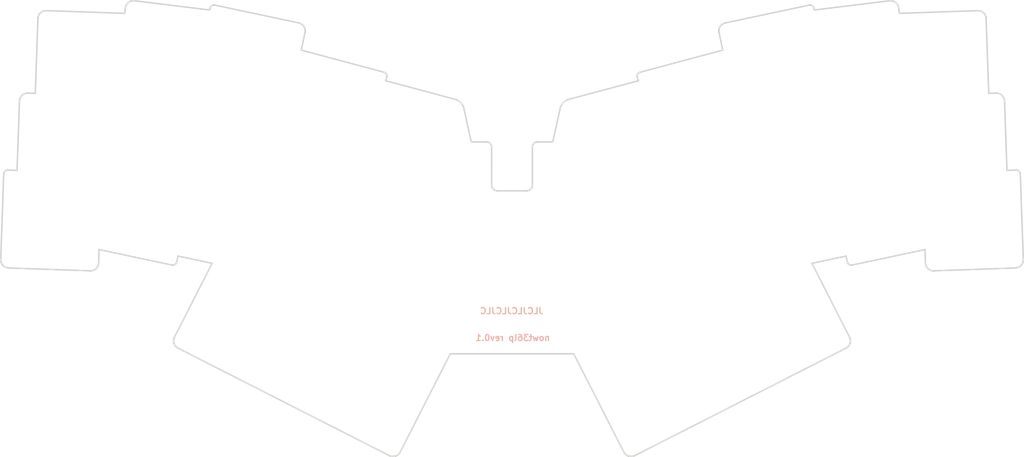
<source format=kicad_pcb>
(kicad_pcb (version 20211014) (generator pcbnew)
  (layers (0 "F.Cu" signal) (31 "B.Cu" signal) (34 "B.Paste" user) (35 "F.Paste" user) (36 "B.SilkS" user "B.Silkscreen") (37 "F.SilkS" user "F.Silkscreen") (38 "B.Mask" user) (39 "F.Mask" user) (44 "Edge.Cuts" user))
  (net 0 "")
  (footprint "nowt_parts:SW_Choc" (layer "F.Cu") (at 130.9624 65.659 -15)
    (fp_text reference "SW5" hide)
    (fp_text value "SW_PUSH" hide)
  )
  (footprint "nowt_parts:SW_Choc" (layer "F.Cu") (at 112.7252 58.801 -15)
    (fp_text reference "SW4" hide)
    (fp_text value "SW_PUSH" hide)
  )
  (footprint "nowt_parts:SW_Choc" (layer "F.Cu") (at 66.2178 83.3374 -12)
    (fp_text reference "SW22" hide)
    (fp_text value "SW_PUSH" hide)
  )
  (footprint "nowt_parts:SW_Choc" (layer "F.Cu") (at 249.428 83.312 12)
    (fp_text reference "SW29" hide)
    (fp_text value "SW_PUSH" hide)
  )
  (footprint "nowt_parts:SW_Choc" (layer "F.Cu") (at 193.4464 102.7684 15)
    (fp_text reference "SW26" hide)
    (fp_text value "SW_PUSH" hide)
  )
  (footprint "nowt_parts:SW_Choc" (layer "F.Cu") (at 126.5936 84.201 -15)
    (fp_text reference "SW15" hide)
    (fp_text value "SW_PUSH" hide)
  )
  (footprint "nowt_parts:SW_Choc" (layer "F.Cu") (at 191.389 128.905 27)
    (fp_text reference "SW34" hide)
    (fp_text value "SW_PUSH" hide)
  )
  (footprint "nowt_parts:SW_Choc" (layer "F.Cu") (at 122.2248 102.743 -15)
    (fp_text reference "SW25" hide)
    (fp_text value "SW_PUSH" hide)
  )
  (footprint "nowt_parts:spacer_m2_2.2mm" (layer "F.Cu") (at 135.37 110.89)
    (fp_text reference "Ref**" hide)
    (fp_text value "Val**" hide)
  )
  (footprint "nowt_parts:SW_Choc" (layer "F.Cu") (at 225.3488 111.5822 27)
    (fp_text reference "SW36" hide)
    (fp_text value "SW_PUSH" hide)
  )
  (footprint "nowt_parts:SW_Choc" (layer "F.Cu") (at 48.7172 67.4878 -2)
    (fp_text reference "SW11" hide)
    (fp_text value "SW_PUSH" hide)
  )
  (footprint "nowt_parts:SW_Choc" (layer "F.Cu") (at 70.1802 64.6938 -12)
    (fp_text reference "SW12" hide)
    (fp_text value "SW_PUSH" hide)
  )
  (footprint "nowt_parts:SW_Choc" (layer "F.Cu") (at 89.3318 66.2432 -12)
    (fp_text reference "SW13" hide)
    (fp_text value "SW_PUSH" hide)
  )
  (footprint "nowt_parts:SW_Choc" (layer "F.Cu") (at 184.7088 65.659 15)
    (fp_text reference "SW6" hide)
    (fp_text value "SW_PUSH" hide)
  )
  (footprint "nowt_parts:SW_Choc" (layer "F.Cu") (at 266.9286 67.4624 2)
    (fp_text reference "SW20" hide)
    (fp_text value "SW_PUSH" hide)
  )
  (footprint "nowt_parts:SW_Choc" (layer "F.Cu") (at 208.3562 120.2436 27)
    (fp_text reference "SW35" hide)
    (fp_text value "SW_PUSH" hide)
  )
  (footprint "nowt_parts:SW_Choc" (layer "F.Cu") (at 211.3831 95.9629 15)
    (fp_text reference "SW27" hide)
    (fp_text value "SW_PUSH" hide)
  )
  (footprint "nowt_parts:SW_Choc" (layer "F.Cu") (at 85.344 84.8868 -12)
    (fp_text reference "SW23" hide)
    (fp_text value "SW_PUSH" hide)
  )
  (footprint "nowt_parts:SW_Choc" (layer "F.Cu") (at 53.2638 47.244 -2)
    (fp_text reference "SW1" hide)
    (fp_text value "SW_PUSH" hide)
  )
  (footprint "nowt_parts:SW_Choc" (layer "F.Cu") (at 222.4024 47.625 12)
    (fp_text reference "SW8" hide)
    (fp_text value "SW_PUSH" hide)
  )
  (footprint "nowt_parts:SW_Choc" (layer "F.Cu") (at 104.3432 95.9866 -15)
    (fp_text reference "SW24" hide)
    (fp_text value "SW_PUSH" hide)
  )
  (footprint "nowt_parts:spacer_m2_2.2mm" (layer "F.Cu") (at 141.97 86.2)
    (fp_text reference "Ref**" hide)
    (fp_text value "Val**" hide)
  )
  (footprint "nowt_parts:SW_Choc" (layer "F.Cu") (at 73.7616 45.6438 -7)
    (fp_text reference "SW2" hide)
    (fp_text value "SW_PUSH" hide)
  )
  (footprint "nowt_parts:SW_Choc" (layer "F.Cu") (at 93.2942 47.5996 -12)
    (fp_text reference "SW3" hide)
    (fp_text value "SW_PUSH" hide)
  )
  (footprint "nowt_parts:SW_Choc" (layer "F.Cu") (at 241.9096 45.6184 7)
    (fp_text reference "SW9" hide)
    (fp_text value "SW_PUSH" hide)
  )
  (footprint "nowt_parts:SW_Choc" (layer "F.Cu") (at 245.491 64.6684 12)
    (fp_text reference "SW19" hide)
    (fp_text value "SW_PUSH" hide)
  )
  (footprint "nowt_parts:SW_Choc" (layer "F.Cu") (at 270.8148 86.4362 2)
    (fp_text reference "SW30" hide)
    (fp_text value "SW_PUSH" hide)
  )
  (footprint "nowt_parts:SW_Choc" (layer "F.Cu") (at 226.3394 66.2432 12)
    (fp_text reference "SW18" hide)
    (fp_text value "SW_PUSH" hide)
  )
  (footprint "nowt_parts:SW_Choc" (layer "F.Cu") (at 90.3224 111.6076 -27)
    (fp_text reference "SW31" hide)
    (fp_text value "SW_PUSH" hide)
  )
  (footprint "nowt_parts:spacer_m2_2.2mm" (layer "F.Cu") (at 173.69 86.2)
    (fp_text reference "Ref**" hide)
    (fp_text value "Val**" hide)
  )
  (footprint "nowt_parts:SW_Choc" (layer "F.Cu") (at 44.8818 86.4362 -2)
    (fp_text reference "SW21" hide)
    (fp_text value "SW_PUSH" hide)
  )
  (footprint "nowt_parts:ProMicro_v3.5_mods" (layer "F.Cu") (at 157.861 89.405)
    (fp_text reference "U1" hide)
    (fp_text value "ProMicro" hide)
  )
  (footprint "nowt_parts:SW_Choc" (layer "F.Cu") (at 262.4074 47.244 2)
    (fp_text reference "SW10" hide)
    (fp_text value "SW_PUSH" hide)
  )
  (footprint "nowt_parts:ResetSW_1side" (layer "F.Cu") (at 158.1 111.95 180)
    (fp_text reference "SW37" hide)
    (fp_text value "RESET_SWITCH" hide)
  )
  (footprint "nowt_parts:SW_Choc" (layer "F.Cu") (at 202.9714 58.7756 15)
    (fp_text reference "SW7" hide)
    (fp_text value "SW_PUSH" hide)
  )
  (footprint "nowt_parts:SW_Choc" (layer "F.Cu") (at 107.315 120.2436 -27)
    (fp_text reference "SW32" hide)
    (fp_text value "SW_PUSH" hide)
  )
  (footprint "nowt_parts:SW_Choc" (layer "F.Cu") (at 206.9846 77.4446 15)
    (fp_text reference "SW17" hide)
    (fp_text value "SW_PUSH" hide)
  )
  (footprint "nowt_parts:SW_Choc" (layer "F.Cu") (at 124.2632 128.8847 -27)
    (fp_text reference "SW33" hide)
    (fp_text value "SW_PUSH" hide)
  )
  (footprint "nowt_parts:SW_Choc" (layer "F.Cu") (at 230.3272 84.8868 12)
    (fp_text reference "SW28" hide)
    (fp_text value "SW_PUSH" hide)
  )
  (footprint "nowt_parts:SW_Choc" (layer "F.Cu") (at 189.0776 84.201 15)
    (fp_text reference "SW16" hide)
    (fp_text value "SW_PUSH" hide)
  )
  (footprint "nowt_parts:spacer_m2_2.2mm" (layer "F.Cu") (at 180.28 110.85)
    (fp_text reference "Ref**" hide)
    (fp_text value "Val**" hide)
  )
  (footprint "nowt_parts:SW_Choc" (layer "F.Cu") (at 108.712 77.4192 -15)
    (fp_text reference "SW14" hide)
    (fp_text value "SW_PUSH" hide)
  )
  (gr_line (start 151.742534 67.123022) (end 151.683917 67.118698) (layer "Edge.Cuts") (width 0.349999))
  (gr_line (start 282.671999 97.345199) (end 282.732287 97.270482) (layer "Edge.Cuts") (width 0.349999))
  (gr_line (start 208.948337 38.628761) (end 208.890424 38.705336) (layer "Edge.Cuts") (width 0.349999))
  (gr_line (start 278.512815 56.775788) (end 278.492585 56.679767) (layer "Edge.Cuts") (width 0.349999))
  (gr_line (start 84.938112 33.54132) (end 84.887636 33.534541) (layer "Edge.Cuts") (width 0.349999))
  (gr_line (start 33.356517 74.523857) (end 33.332947 74.566176) (layer "Edge.Cuts") (width 0.349999))
  (gr_line (start 32.78333 97.10385) (end 32.836921 97.186051) (layer "Edge.Cuts") (width 0.349999))
  (gr_line (start 41.744901 36.16192) (end 41.711016 36.253479) (layer "Edge.Cuts") (width 0.349999))
  (gr_line (start 154.022743 79.110357) (end 153.955434 79.101804) (layer "Edge.Cuts") (width 0.349999))
  (gr_line (start 188.950069 50.132331) (end 188.909276 50.159134) (layer "Edge.Cuts") (width 0.349999))
  (gr_line (start 163.772413 67.140238) (end 163.715581 67.15302) (layer "Edge.Cuts") (width 0.349999))
  (gr_line (start 75.938316 95.127973) (end 75.938316 95.127973) (layer "Edge.Cuts") (width 0.349999))
  (gr_line (start 163.715581 67.15302) (end 163.659538 67.168539) (layer "Edge.Cuts") (width 0.349999))
  (gr_line (start 75.354411 97.066932) (end 75.388593 97.031896) (layer "Edge.Cuts") (width 0.349999))
  (gr_line (start 239.683311 117.714575) (end 239.773832 117.66553) (layer "Edge.Cuts") (width 0.349999))
  (gr_line (start 42.636948 35.150457) (end 42.552405 35.199835) (layer "Edge.Cuts") (width 0.349999))
  (gr_line (start 74.9587 115.297687) (end 74.929845 115.391472) (layer "Edge.Cuts") (width 0.349999))
  (gr_line (start 281.616779 97.997038) (end 281.712699 97.97134) (layer "Edge.Cuts") (width 0.349999))
  (gr_line (start 273.993751 36.537442) (end 273.973521 36.441424) (layer "Edge.Cuts") (width 0.349999))
  (gr_line (start 32.485223 96.082349) (end 32.489109 96.181051) (layer "Edge.Cuts") (width 0.349999))
  (gr_line (start 151.971058 67.168511) (end 151.915014 67.152991) (layer "Edge.Cuts") (width 0.349999))
  (gr_line (start 41.636517 36.537413) (end 41.620982 36.634604) (layer "Edge.Cuts") (width 0.349999))
  (gr_line (start 185.863232 143.949711) (end 185.944712 144.00368) (layer "Edge.Cuts") (width 0.349999))
  (gr_line (start 152.822246 77.909887) (end 152.817051 77.841585) (layer "Edge.Cuts") (width 0.349999))
  (gr_line (start 146.010368 58.909097) (end 145.958231 58.706881) (layer "Edge.Cuts") (width 0.349999))
  (gr_line (start 240.704096 115.402161) (end 240.675053 115.306422) (layer "Edge.Cuts") (width 0.349999))
  (gr_line (start 259.039589 93.5338) (end 259.039589 93.5338) (layer "Edge.Cuts") (width 0.349999))
  (gr_line (start 162.851218 68.016797) (end 162.838397 68.07362) (layer "Edge.Cuts") (width 0.349999))
  (gr_line (start 152.8153 77.772375) (end 152.8153 77.772375) (layer "Edge.Cuts") (width 0.349999))
  (gr_line (start 239.996498 96.559194) (end 240.008008 96.607446) (layer "Edge.Cuts") (width 0.349999))
  (gr_line (start 40.963051 55.204386) (end 39.154152 55.141216) (layer "Edge.Cuts") (width 0.349999))
  (gr_line (start 240.604954 97.280491) (end 240.650866 97.297468) (layer "Edge.Cuts") (width 0.349999))
  (gr_line (start 107.098957 39.605683) (end 107.083521 39.509348) (layer "Edge.Cuts") (width 0.349999))
  (gr_line (start 41.711016 36.253479) (end 41.681607 36.346688) (layer "Edge.Cuts") (width 0.349999))
  (gr_line (start 127.138761 51.143313) (end 127.145542 51.094574) (layer "Edge.Cuts") (width 0.349999))
  (gr_line (start 278.545021 57.0702) (end 278.545021 57.0702) (layer "Edge.Cuts") (width 0.349999))
  (gr_line (start 75.111188 116.911434) (end 75.161179 116.995604) (layer "Edge.Cuts") (width 0.349999))
  (gr_line (start 56.369606 97.399194) (end 56.399009 97.30599) (layer "Edge.Cuts") (width 0.349999))
  (gr_line (start 63.657922 33.016098) (end 63.589784 33.083852) (layer "Edge.Cuts") (width 0.349999))
  (gr_line (start 145.724009 58.137108) (end 145.621644 57.961196) (layer "Edge.Cuts") (width 0.349999))
  (gr_line (start 152.947935 78.355458) (end 152.921001 78.295883) (layer "Edge.Cuts") (width 0.349999))
  (gr_line (start 126.903225 50.321164) (end 126.870025 50.285194) (layer "Edge.Cuts") (width 0.349999))
  (gr_line (start 129.911236 143.840038) (end 129.984384 143.775388) (layer "Edge.Cuts") (width 0.349999))
  (gr_line (start 161.539585 79.115526) (end 161.470375 79.117277) (layer "Edge.Cuts") (width 0.349999))
  (gr_line (start 152.875773 78.172317) (end 152.857648 78.108494) (layer "Edge.Cuts") (width 0.349999))
  (gr_line (start 281.428764 74.030987) (end 281.377296 74.031477) (layer "Edge.Cuts") (width 0.349999))
  (gr_line (start 210.097755 37.917533) (end 209.997627 37.941477) (layer "Edge.Cuts") (width 0.349999))
  (gr_line (start 272.056515 34.90185) (end 271.957313 34.902859) (layer "Edge.Cuts") (width 0.349999))
  (gr_line (start 151.800654 67.130207) (end 151.742534 67.123022) (layer "Edge.Cuts") (width 0.349999))
  (gr_line (start 37.117522 56.775759) (end 37.101987 56.872949) (layer "Edge.Cuts") (width 0.349999))
  (gr_line (start 252.581032 34.22313) (end 252.581032 34.22313) (layer "Edge.Cuts") (width 0.349999))
  (gr_line (start 283.014394 96.766647) (end 283.047012 96.674632) (layer "Edge.Cuts") (width 0.349999))
  (gr_line (start 56.156912 97.837228) (end 56.207963 97.75389) (layer "Edge.Cuts") (width 0.349999))
  (gr_line (start 56.423863 97.211299) (end 56.444092 97.11528) (layer "Edge.Cuts") (width 0.349999))
  (gr_line (start 152.8308 77.977195) (end 152.822246 77.909887) (layer "Edge.Cuts") (width 0.349999))
  (gr_line (start 209.534716 38.12914) (end 209.450356 38.179217) (layer "Edge.Cuts") (width 0.349999))
  (gr_line (start 278.404446 56.400311) (end 278.366161 56.310568) (layer "Edge.Cuts") (width 0.349999))
  (gr_line (start 278.545021 57.0702) (end 278.539106 56.971166) (layer "Edge.Cuts") (width 0.349999))
  (gr_line (start 63.30046 33.469606) (end 63.253849 33.555387) (layer "Edge.Cuts") (width 0.349999))
  (gr_line (start 41.978913 35.734536) (end 41.923745 35.81542) (layer "Edge.Cuts") (width 0.349999))
  (gr_line (start 282.319357 74.609709) (end 282.297799 74.566142) (layer "Edge.Cuts") (width 0.349999))
  (gr_line (start 129.835321 143.900775) (end 129.911236 143.840038) (layer "Edge.Cuts") (width 0.349999))
  (gr_line (start 84.236193 33.690238) (end 84.196586 33.717324) (layer "Edge.Cuts") (width 0.349999))
  (gr_line (start 38.476066 55.234649) (end 38.383865 55.26657) (layer "Edge.Cuts") (width 0.349999))
  (gr_line (start 208.739519 38.950315) (end 208.697152 39.036562) (layer "Edge.Cuts") (width 0.349999))
  (gr_line (start 230.942114 33.532892) (end 230.892895 33.529577) (layer "Edge.Cuts") (width 0.349999))
  (gr_line (start 75.280819 97.132012) (end 75.318469 97.100328) (layer "Edge.Cuts") (width 0.349999))
  (gr_line (start 33.091762 97.487863) (end 33.164304 97.554906) (layer "Edge.Cuts") (width 0.349999))
  (gr_line (start 185.500843 143.624449) (end 185.56687 143.696506) (layer "Edge.Cuts") (width 0.349999))
  (gr_line (start 37.192021 56.491833) (end 37.162613 56.58504) (layer "Edge.Cuts") (width 0.349999))
  (gr_line (start 74.692733 97.350607) (end 74.741505 97.347615) (layer "Edge.Cuts") (width 0.349999))
  (gr_line (start 282.608244 97.416925) (end 282.671999 97.345199) (layer "Edge.Cuts") (width 0.349999))
  (gr_line (start 188.612587 50.481239) (end 188.612587 50.481239) (layer "Edge.Cuts") (width 0.349999))
  (gr_line (start 126.505009 50.045586) (end 126.458384 50.029299) (layer "Edge.Cuts") (width 0.349999))
  (gr_line (start 56.042558 97.99637) (end 56.101753 97.918109) (layer "Edge.Cuts") (width 0.349999))
  (gr_line (start 240.472259 97.215978) (end 240.515563 97.23973) (layer "Edge.Cuts") (width 0.349999))
  (gr_line (start 240.43 97.19) (end 240.43 97.19) (layer "Edge.Cuts") (width 0.349999))
  (gr_line (start 231.268439 33.620671) (end 231.224293 33.601551) (layer "Edge.Cuts") (width 0.349999))
  (gr_line (start 277.06067 55.207244) (end 276.965639 55.184417) (layer "Edge.Cuts") (width 0.349999))
  (gr_line (start 271.957313 34.902859) (end 271.957313 34.902859) (layer "Edge.Cuts") (width 0.349999))
  (gr_line (start 161.870315 79.056807) (end 161.806493 79.074931) (layer "Edge.Cuts") (width 0.349999))
  (gr_line (start 231.311562 33.641855) (end 231.268439 33.620671) (layer "Edge.Cuts") (width 0.349999))
  (gr_line (start 188.485064 51.0946) (end 188.491846 51.14334) (layer "Edge.Cuts") (width 0.349999))
  (gr_line (start 278.438327 56.491867) (end 278.404446 56.400311) (layer "Edge.Cuts") (width 0.349999))
  (gr_line (start 162.222336 78.887576) (end 162.167768 78.92256) (layer "Edge.Cuts") (width 0.349999))
  (gr_line (start 259.20683 97.211354) (end 259.231688 97.306053) (layer "Edge.Cuts") (width 0.349999))
  (gr_line (start 106.328833 38.282765) (end 106.249799 38.225562) (layer "Edge.Cuts") (width 0.349999))
  (gr_line (start 282.320965 97.671321) (end 282.397381 97.612858) (layer "Edge.Cuts") (width 0.349999))
  (gr_line (start 153.824134 79.07496) (end 153.760311 79.056836) (layer "Edge.Cuts") (width 0.349999))
  (gr_line (start 130.185549 143.558508) (end 130.245946 143.478754) (layer "Edge.Cuts") (width 0.349999))
  (gr_line (start 162.374672 78.76788) (end 162.325872 78.810152) (layer "Edge.Cuts") (width 0.349999))
  (gr_line (start 152.581679 67.598888) (end 152.545676 67.552699) (layer "Edge.Cuts") (width 0.349999))
  (gr_line (start 126.410805 50.015278) (end 126.410805 50.015278) (layer "Edge.Cuts") (width 0.349999))
  (gr_line (start 208.557304 40.289649) (end 209.471168 44.58913) (layer "Edge.Cuts") (width 0.349999))
  (gr_line (start 283.144295 95.983167) (end 282.411476 74.995939) (layer "Edge.Cuts") (width 0.349999))
  (gr_line (start 75.272935 117.155753) (end 75.334471 117.231463) (layer "Edge.Cuts") (width 0.349999))
  (gr_line (start 33.730206 74.158104) (end 33.688756 74.182686) (layer "Edge.Cuts") (width 0.349999))
  (gr_line (start 42.995106 34.996279) (end 42.902901 35.028199) (layer "Edge.Cuts") (width 0.349999))
  (gr_line (start 63.463361 33.229086) (end 63.405357 33.306346) (layer "Edge.Cuts") (width 0.349999))
  (gr_line (start 240.312117 97.100377) (end 240.349769 97.132062) (layer "Edge.Cuts") (width 0.349999))
  (gr_line (start 239.996498 96.559194) (end 239.996498 96.559194) (layer "Edge.Cuts") (width 0.349999))
  (gr_line (start 187.735203 144.172884) (end 187.826304 144.134704) (layer "Edge.Cuts") (width 0.349999))
  (gr_line (start 34.415306 98.051779) (end 34.415306 98.051779) (layer "Edge.Cuts") (width 0.349999))
  (gr_line (start 75.200592 97.189947) (end 75.24151 97.161909) (layer "Edge.Cuts") (width 0.349999))
  (gr_line (start 75.24151 97.161909) (end 75.280819 97.132012) (layer "Edge.Cuts") (width 0.349999))
  (gr_line (start 152.133476 67.231097) (end 152.080387 67.207605) (layer "Edge.Cuts") (width 0.349999))
  (gr_line (start 153.636743 79.011611) (end 153.577168 78.984678) (layer "Edge.Cuts") (width 0.349999))
  (gr_line (start 126.934695 50.358805) (end 126.903225 50.321164) (layer "Edge.Cuts") (width 0.349999))
  (gr_line (start 64.873382 32.472991) (end 64.774622 32.483366) (layer "Edge.Cuts") (width 0.349999))
  (gr_line (start 144.615753 56.979003) (end 144.436649 56.880484) (layer "Edge.Cuts") (width 0.349999))
  (gr_line (start 75.07325 115.024587) (end 75.07325 115.024587) (layer "Edge.Cuts") (width 0.349999))
  (gr_line (start 107.063407 39.41388) (end 107.038647 39.319453) (layer "Edge.Cuts") (width 0.349999))
  (gr_line (start 75.399623 117.304083) (end 75.468278 117.373478) (layer "Edge.Cuts") (width 0.349999))
  (gr_line (start 37.306813 56.22276) (end 37.264194 56.310532) (layer "Edge.Cuts") (width 0.349999))
  (gr_line (start 153.045006 78.524338) (end 153.010022 78.46977) (layer "Edge.Cuts") (width 0.349999))
  (gr_line (start 54.506842 98.750884) (end 54.605542 98.747001) (layer "Edge.Cuts") (width 0.349999))
  (gr_line (start 240.240927 117.294241) (end 240.305593 117.2211) (layer "Edge.Cuts") (width 0.349999))
  (gr_line (start 153.255946 78.767916) (end 153.209237 78.723384) (layer "Edge.Cuts") (width 0.349999))
  (gr_line (start 163.94667 67.118725) (end 163.888056 67.12305) (layer "Edge.Cuts") (width 0.349999))
  (gr_line (start 240.276175 97.066978) (end 240.312117 97.100377) (layer "Edge.Cuts") (width 0.349999))
  (gr_line (start 240.704899 116.458633) (end 240.727961 116.365435) (layer "Edge.Cuts") (width 0.349999))
  (gr_line (start 231.745196 34.083073) (end 231.722149 34.039458) (layer "Edge.Cuts") (width 0.349999))
  (gr_line (start 127.71476 144.091429) (end 127.807633 144.135844) (layer "Edge.Cuts") (width 0.349999))
  (gr_line (start 260.638886 98.683866) (end 260.733925 98.706686) (layer "Edge.Cuts") (width 0.349999))
  (gr_line (start 281.377189 74.031446) (end 279.140053 74.109571) (layer "Edge.Cuts") (width 0.349999))
  (gr_line (start 231.325661 96.906362) (end 231.325661 96.906362) (layer "Edge.Cuts") (width 0.349999))
  (gr_line (start 282.384137 74.795255) (end 282.371289 74.747298) (layer "Edge.Cuts") (width 0.349999))
  (gr_line (start 151.85818 67.14021) (end 151.800654 67.130207) (layer "Edge.Cuts") (width 0.349999))
  (gr_line (start 65.074175 32.467108) (end 64.97328 32.467536) (layer "Edge.Cuts") (width 0.349999))
  (gr_line (start 33.222394 74.944599) (end 33.219299 74.995977) (layer "Edge.Cuts") (width 0.349999))
  (gr_line (start 282.159668 97.777194) (end 282.241687 97.726143) (layer "Edge.Cuts") (width 0.349999))
  (gr_line (start 281.377296 74.031477) (end 281.377296 74.031477) (layer "Edge.Cuts") (width 0.349999))
  (gr_line (start 63.109582 33.923632) (end 63.08476 34.021427) (layer "Edge.Cuts") (width 0.349999))
  (gr_line (start 283.131894 96.288358) (end 283.141111 96.187886) (layer "Edge.Cuts") (width 0.349999))
  (gr_line (start 282.788985 97.192904) (end 282.841972 97.112595) (layer "Edge.Cuts") (width 0.349999))
  (gr_line (start 186.969628 144.309394) (end 187.067248 144.308883) (layer "Edge.Cuts") (width 0.349999))
  (gr_line (start 240.747204 115.595312) (end 240.728128 115.498514) (layer "Edge.Cuts") (width 0.349999))
  (gr_line (start 74.855631 115.970687) (end 74.859878 116.068323) (layer "Edge.Cuts") (width 0.349999))
  (gr_line (start 74.861435 115.775651) (end 74.856155 115.873071) (layer "Edge.Cuts") (width 0.349999))
  (gr_line (start 84.121408 33.777059) (end 84.085987 33.809611) (layer "Edge.Cuts") (width 0.349999))
  (gr_line (start 74.86891 116.165802) (end 74.882741 116.262946) (layer "Edge.Cuts") (width 0.349999))
  (gr_line (start 41.610219 36.732801) (end 41.604301 36.83184) (layer "Edge.Cuts") (width 0.349999))
  (gr_line (start 126.870025 50.285194) (end 126.835167 50.25095) (layer "Edge.Cuts") (width 0.349999))
  (gr_line (start 32.486229 95.983145) (end 32.486229 95.983145) (layer "Edge.Cuts") (width 0.349999))
  (gr_line (start 273.46201 35.508341) (end 273.391151 35.438906) (layer "Edge.Cuts") (width 0.349999))
  (gr_line (start 241.035867 97.349461) (end 241.084895 97.34524) (layer "Edge.Cuts") (width 0.349999))
  (gr_line (start 252.581032 34.22313) (end 252.565906 34.121295) (layer "Edge.Cuts") (width 0.349999))
  (gr_line (start 106.738265 38.702699) (end 106.678469 38.62408) (layer "Edge.Cuts") (width 0.349999))
  (gr_line (start 128.77017 144.304402) (end 128.866086 144.294905) (layer "Edge.Cuts") (width 0.349999))
  (gr_line (start 281.768999 74.096458) (end 281.722996 74.080146) (layer "Edge.Cuts") (width 0.349999))
  (gr_line (start 152.809474 68.18928) (end 152.802252 68.131161) (layer "Edge.Cuts") (width 0.349999))
  (gr_line (start 127.126 50.754705) (end 127.113774 50.707394) (layer "Edge.Cuts") (width 0.349999))
  (gr_line (start 281.813962 74.114927) (end 281.768999 74.096458) (layer "Edge.Cuts") (width 0.349999))
  (gr_line (start 241.133833 97.338583) (end 241.182594 97.329473) (layer "Edge.Cuts") (width 0.349999))
  (gr_line (start 34.25341 74.031446) (end 34.201941 74.03096) (layer "Edge.Cuts") (width 0.349999))
  (gr_line (start 240.123866 96.876849) (end 240.150507 96.917716) (layer "Edge.Cuts") (width 0.349999))
  (gr_line (start 186.115595 144.099615) (end 186.204728 144.141349) (layer "Edge.Cuts") (width 0.349999))
  (gr_line (start 259.375892 97.668344) (end 259.422769 97.753983) (layer "Edge.Cuts") (width 0.349999))
  (gr_line (start 41.65675 36.441387) (end 41.636517 36.537413) (layer "Edge.Cuts") (width 0.349999))
  (gr_line (start 185.784573 143.891893) (end 185.863232 143.949711) (layer "Edge.Cuts") (width 0.349999))
  (gr_line (start 126.59511 50.084739) (end 126.550607 50.064084) (layer "Edge.Cuts") (width 0.349999))
  (gr_line (start 163.888056 67.12305) (end 163.829937 67.130235) (layer "Edge.Cuts") (width 0.349999))
  (gr_line (start 240.645607 116.641124) (end 240.677429 116.550586) (layer "Edge.Cuts") (width 0.349999))
  (gr_line (start 162.838397 68.07362) (end 162.828355 68.131137) (layer "Edge.Cuts") (width 0.349999))
  (gr_line (start 273.077994 35.199926) (end 272.993462 35.150545) (layer "Edge.Cuts") (width 0.349999))
  (gr_line (start 259.186597 97.115327) (end 259.20683 97.211354) (layer "Edge.Cuts") (width 0.349999))
  (gr_line (start 63.049591 34.22313) (end 63.049591 34.22313) (layer "Edge.Cuts") (width 0.349999))
  (gr_line (start 32.648052 96.843924) (end 32.688833 96.93262) (layer "Edge.Cuts") (width 0.349999))
  (gr_line (start 54.703574 98.738289) (end 54.800771 98.724809) (layer "Edge.Cuts") (width 0.349999))
  (gr_line (start 187.826304 144.134704) (end 187.915794 144.091879) (layer "Edge.Cuts") (width 0.349999))
  (gr_line (start 189.035505 50.084765) (end 188.992168 50.107523) (layer "Edge.Cuts") (width 0.349999))
  (gr_line (start 64.302775 32.605198) (end 64.213777 32.64279) (layer "Edge.Cuts") (width 0.349999))
  (gr_line (start 126.721338 50.159109) (end 126.680546 50.132306) (layer "Edge.Cuts") (width 0.349999))
  (gr_line (start 282.020893 74.23752) (end 281.982108 74.20917) (layer "Edge.Cuts") (width 0.349999))
  (gr_line (start 282.297799 74.566142) (end 282.274226 74.523825) (layer "Edge.Cuts") (width 0.349999))
  (gr_line (start 282.241687 97.726143) (end 282.320965 97.671321) (layer "Edge.Cuts") (width 0.349999))
  (gr_line (start 188.479172 50.947959) (end 188.478739 50.996822) (layer "Edge.Cuts") (width 0.349999))
  (gr_line (start 282.841972 97.112595) (end 282.891128 97.029684) (layer "Edge.Cuts") (width 0.349999))
  (gr_line (start 37.353687 56.137124) (end 37.306813 56.22276) (layer "Edge.Cuts") (width 0.349999))
  (gr_line (start 273.706566 35.8155) (end 273.651406 35.734621) (layer "Edge.Cuts") (width 0.349999))
  (gr_line (start 75.553924 96.791335) (end 75.574383 96.746867) (layer "Edge.Cuts") (width 0.349999))
  (gr_line (start 129.331228 144.179942) (end 129.420185 144.143837) (layer "Edge.Cuts") (width 0.349999))
  (gr_line (start 273.592211 35.65636) (end 273.529055 35.58088) (layer "Edge.Cuts") (width 0.349999))
  (gr_line (start 38.117921 55.38883) (end 38.033381 55.438208) (layer "Edge.Cuts") (width 0.349999))
  (gr_line (start 84.158299 33.74628) (end 84.121408 33.777059) (layer "Edge.Cuts") (width 0.349999))
  (gr_line (start 189.125606 50.045612) (end 189.080007 50.06411) (layer "Edge.Cuts") (width 0.349999))
  (gr_line (start 37.951172 55.491794) (end 37.871459 55.549527) (layer "Edge.Cuts") (width 0.349999))
  (gr_line (start 75.065276 116.824715) (end 75.111188 116.911434) (layer "Edge.Cuts") (width 0.349999))
  (gr_line (start 231.578532 33.843877) (end 231.544654 33.809598) (layer "Edge.Cuts") (width 0.349999))
  (gr_line (start 54.605542 98.747001) (end 54.703574 98.738289) (layer "Edge.Cuts") (width 0.349999))
  (gr_line (start 169.620201 58.909078) (end 167.804481 67.119737) (layer "Edge.Cuts") (width 0.349999))
  (gr_line (start 152.921001 78.295883) (end 152.896918 78.234808) (layer "Edge.Cuts") (width 0.349999))
  (gr_line (start 240.349769 97.132062) (end 240.38908 97.161961) (layer "Edge.Cuts") (width 0.349999))
  (gr_line (start 37.404744 56.053784) (end 37.353687 56.137124) (layer "Edge.Cuts") (width 0.349999))
  (gr_line (start 259.294983 97.490823) (end 259.333273 97.58057) (layer "Edge.Cuts") (width 0.349999))
  (gr_line (start 282.936331 96.944303) (end 282.97746 96.85658) (layer "Edge.Cuts") (width 0.349999))
  (gr_line (start 281.479646 74.033078) (end 281.428764 74.030987) (layer "Edge.Cuts") (width 0.349999))
  (gr_line (start 38.204626 55.343723) (end 38.117921 55.38883) (layer "Edge.Cuts") (width 0.349999))
  (gr_line (start 230.641899 33.55074) (end 210.097755 37.917533) (layer "Edge.Cuts") (width 0.349999))
  (gr_line (start 188.567404 50.569284) (end 188.548242 50.614608) (layer "Edge.Cuts") (width 0.349999))
  (gr_line (start 129.507391 144.10349) (end 129.592677 144.058956) (layer "Edge.Cuts") (width 0.349999))
  (gr_line (start 74.871458 115.678604) (end 74.861435 115.775651) (layer "Edge.Cuts") (width 0.349999))
  (gr_line (start 74.448036 97.329428) (end 74.496795 97.338536) (layer "Edge.Cuts") (width 0.349999))
  (gr_line (start 64.677138 32.498551) (end 64.581071 32.518436) (layer "Edge.Cuts") (width 0.349999))
  (gr_line (start 56.470386 96.919906) (end 56.476303 96.820875) (layer "Edge.Cuts") (width 0.349999))
  (gr_line (start 74.741505 97.347615) (end 74.790019 97.342253) (layer "Edge.Cuts") (width 0.349999))
  (gr_line (start 32.733946 97.019317) (end 32.78333 97.10385) (layer "Edge.Cuts") (width 0.349999))
  (gr_line (start 231.610791 33.879832) (end 231.578532 33.843877) (layer "Edge.Cuts") (width 0.349999))
  (gr_line (start 63.729157 32.951731) (end 63.657922 33.016098) (layer "Edge.Cuts") (width 0.349999))
  (gr_line (start 144.056829 56.719955) (end 143.857101 56.658977) (layer "Edge.Cuts") (width 0.349999))
  (gr_line (start 55.912358 98.144391) (end 55.979402 98.071852) (layer "Edge.Cuts") (width 0.349999))
  (gr_line (start 163.829937 67.130235) (end 163.772413 67.140238) (layer "Edge.Cuts") (width 0.349999))
  (gr_line (start 186.389702 144.211775) (end 186.389702 144.211775) (layer "Edge.Cuts") (width 0.349999))
  (gr_line (start 127.996575 144.209204) (end 128.092306 144.238257) (layer "Edge.Cuts") (width 0.349999))
  (gr_line (start 84.05211 33.843889) (end 84.019852 33.879844) (layer "Edge.Cuts") (width 0.349999))
  (gr_line (start 56.591003 93.5338) (end 74.448036 97.329428) (layer "Edge.Cuts") (width 0.349999))
  (gr_line (start 83.712486 34.745198) (end 65.278396 32.481777) (layer "Edge.Cuts") (width 0.349999))
  (gr_line (start 252.457622 33.734699) (end 252.419306 33.643784) (layer "Edge.Cuts") (width 0.349999))
  (gr_line (start 187.454003 144.259407) (end 187.548875 144.235249) (layer "Edge.Cuts") (width 0.349999))
  (gr_line (start 259.160298 96.919938) (end 259.171062 97.018135) (layer "Edge.Cuts") (width 0.349999))
  (gr_line (start 63.524884 33.154885) (end 63.463361 33.229086) (layer "Edge.Cuts") (width 0.349999))
  (gr_line (start 250.757225 32.472986) (end 250.657327 32.467531) (layer "Edge.Cuts") (width 0.349999))
  (gr_line (start 65.175927 32.471819) (end 65.074175 32.467108) (layer "Edge.Cuts") (width 0.349999))
  (gr_line (start 75.158335 97.215923) (end 75.200592 97.189947) (layer "Edge.Cuts") (width 0.349999))
  (gr_line (start 33.861708 74.096456) (end 33.816746 74.114928) (layer "Edge.Cuts") (width 0.349999))
  (gr_line (start 261.223305 98.749883) (end 281.215385 98.051725) (layer "Edge.Cuts") (width 0.349999))
  (gr_line (start 231.434052 33.717309) (end 231.394443 33.690222) (layer "Edge.Cuts") (width 0.349999))
  (gr_line (start 75.54032 117.439514) (end 75.615634 117.502055) (layer "Edge.Cuts") (width 0.349999))
  (gr_line (start 161.470375 79.117277) (end 157.8153 79.1173) (layer "Edge.Cuts") (width 0.349999))
  (gr_line (start 54.991995 98.683797) (end 55.085689 98.656389) (layer "Edge.Cuts") (width 0.349999))
  (gr_line (start 107.073311 40.289652) (end 107.073311 40.289652) (layer "Edge.Cuts") (width 0.349999))
  (gr_line (start 34.151059 74.033056) (end 34.100827 74.037672) (layer "Edge.Cuts") (width 0.349999))
  (gr_line (start 271.957313 34.902859) (end 252.746864 35.573707) (layer "Edge.Cuts") (width 0.349999))
  (gr_line (start 231.670155 33.956581) (end 231.641357 33.917417) (layer "Edge.Cuts") (width 0.349999))
  (gr_line (start 231.69711 33.997278) (end 231.670155 33.956581) (layer "Edge.Cuts") (width 0.349999))
  (gr_line (start 74.448036 97.329428) (end 74.448036 97.329428) (layer "Edge.Cuts") (width 0.349999))
  (gr_line (start 163.164009 67.465448) (end 163.123302 67.508198) (layer "Edge.Cuts") (width 0.349999))
  (gr_line (start 63.049591 34.22313) (end 62.883735 35.573707) (layer "Edge.Cuts") (width 0.349999))
  (gr_line (start 163.251331 67.386423) (end 163.206787 67.424769) (layer "Edge.Cuts") (width 0.349999))
  (gr_line (start 250.556432 32.467105) (end 250.45468 32.471817) (layer "Edge.Cuts") (width 0.349999))
  (gr_line (start 273.885383 36.161979) (end 273.847099 36.072238) (layer "Edge.Cuts") (width 0.349999))
  (gr_line (start 281.318149 98.045529) (end 281.419383 98.034262) (layer "Edge.Cuts") (width 0.349999))
  (gr_line (start 281.579392 74.044765) (end 281.529877 74.037692) (layer "Edge.Cuts") (width 0.349999))
  (gr_line (start 75.574383 96.746867) (end 75.592681 96.701345) (layer "Edge.Cuts") (width 0.349999))
  (gr_line (start 240.076667 96.791365) (end 240.099236 96.834707) (layer "Edge.Cuts") (width 0.349999))
  (gr_line (start 276.674207 55.144047) (end 276.575503 55.140166) (layer "Edge.Cuts") (width 0.349999))
  (gr_line (start 56.591003 93.5338) (end 56.591003 93.5338) (layer "Edge.Cuts") (width 0.349999))
  (gr_line (start 188.478739 50.996822) (end 188.480699 51.045732) (layer "Edge.Cuts") (width 0.349999))
  (gr_line (start 277.981056 55.746652) (end 277.910194 55.677215) (layer "Edge.Cuts") (width 0.349999))
  (gr_line (start 152.236017 67.285772) (end 152.185386 67.257166) (layer "Edge.Cuts") (width 0.349999))
  (gr_line (start 188.491846 51.14334) (end 188.501055 51.191861) (layer "Edge.Cuts") (width 0.349999))
  (gr_line (start 128.285443 144.281387) (end 128.382511 144.295573) (layer "Edge.Cuts") (width 0.349999))
  (gr_line (start 231.133231 33.569698) (end 231.086464 33.557061) (layer "Edge.Cuts") (width 0.349999))
  (gr_line (start 32.579736 96.661201) (end 32.611666 96.753396) (layer "Edge.Cuts") (width 0.349999))
  (gr_line (start 55.841499 98.213827) (end 55.841499 98.213827) (layer "Edge.Cuts") (width 0.349999))
  (gr_line (start 208.521599 39.689214) (end 208.51497 39.787651) (layer "Edge.Cuts") (width 0.349999))
  (gr_line (start 250.352211 32.481777) (end 250.352211 32.481777) (layer "Edge.Cuts") (width 0.349999))
  (gr_line (start 55.357109 98.5473) (end 55.443806 98.50219) (layer "Edge.Cuts") (width 0.349999))
  (gr_line (start 152.423813 67.424748) (end 152.379269 67.386402) (layer "Edge.Cuts") (width 0.349999))
  (gr_line (start 130.12171 143.634568) (end 130.185549 143.558508) (layer "Edge.Cuts") (width 0.349999))
  (gr_line (start 209.009895 38.554976) (end 208.948337 38.628761) (layer "Edge.Cuts") (width 0.349999))
  (gr_line (start 74.986148 116.644164) (end 75.023557 116.73558) (layer "Edge.Cuts") (width 0.349999))
  (gr_line (start 170.122631 57.793118) (end 170.00894 57.961164) (layer "Edge.Cuts") (width 0.349999))
  (gr_line (start 127.117904 51.240051) (end 127.129553 51.191835) (layer "Edge.Cuts") (width 0.349999))
  (gr_line (start 84.688508 33.532904) (end 84.639792 33.538623) (layer "Edge.Cuts") (width 0.349999))
  (gr_line (start 161.932806 79.035662) (end 161.870315 79.056807) (layer "Edge.Cuts") (width 0.349999))
  (gr_line (start 157.8153 79.1173) (end 157.8153 79.1173) (layer "Edge.Cuts") (width 0.349999))
  (gr_line (start 84.639792 33.538623) (end 84.591652 33.546697) (layer "Edge.Cuts") (width 0.349999))
  (gr_line (start 37.085304 57.070179) (end 36.490547 74.109571) (layer "Edge.Cuts") (width 0.349999))
  (gr_line (start 162.799803 77.977161) (end 162.787976 78.043391) (layer "Edge.Cuts") (width 0.349999))
  (gr_line (start 128.673685 144.309272) (end 128.77017 144.304402) (layer "Edge.Cuts") (width 0.349999))
  (gr_line (start 251.049538 32.518427) (end 250.953471 32.498543) (layer "Edge.Cuts") (width 0.349999))
  (gr_line (start 240.761377 115.692386) (end 240.747204 115.595312) (layer "Edge.Cuts") (width 0.349999))
  (gr_line (start 33.502319 74.333116) (end 33.469648 74.368282) (layer "Edge.Cuts") (width 0.349999))
  (gr_line (start 152.080387 67.207605) (end 152.026215 67.186729) (layer "Edge.Cuts") (width 0.349999))
  (gr_line (start 107.009274 39.226242) (end 106.97532 39.134422) (layer "Edge.Cuts") (width 0.349999))
  (gr_line (start 75.608767 96.65484) (end 75.62259 96.607427) (layer "Edge.Cuts") (width 0.349999))
  (gr_line (start 145.507958 57.793151) (end 145.383444 57.63349) (layer "Edge.Cuts") (width 0.349999))
  (gr_line (start 56.297443 97.580488) (end 56.335726 97.490747) (layer "Edge.Cuts") (width 0.349999))
  (gr_line (start 33.246626 74.795293) (end 33.236122 74.844197) (layer "Edge.Cuts") (width 0.349999))
  (gr_line (start 152.896918 78.234808) (end 152.875773 78.172317) (layer "Edge.Cuts") (width 0.349999))
  (gr_line (start 240.77524 115.886686) (end 240.770705 115.789567) (layer "Edge.Cuts") (width 0.349999))
  (gr_line (start 42.101282 35.580789) (end 42.038116 35.656272) (layer "Edge.Cuts") (width 0.349999))
  (gr_line (start 152.379269 67.386402) (end 152.333056 67.35043) (layer "Edge.Cuts") (width 0.349999))
  (gr_line (start 55.528339 98.452809) (end 55.610541 98.399221) (layer "Edge.Cuts") (width 0.349999))
  (gr_line (start 41.604301 36.83184) (end 40.963051 55.204386) (layer "Edge.Cuts") (width 0.349999))
  (gr_line (start 188.487171 50.850724) (end 188.481986 50.89923) (layer "Edge.Cuts") (width 0.349999))
  (gr_line (start 170.382004 57.482693) (end 170.24715 57.633456) (layer "Edge.Cuts") (width 0.349999))
  (gr_line (start 169.737777 58.510441) (end 169.672339 58.706859) (layer "Edge.Cuts") (width 0.349999))
  (gr_line (start 208.890424 38.705336) (end 208.836252 38.784553) (layer "Edge.Cuts") (width 0.349999))
  (gr_line (start 152.817051 77.841585) (end 152.8153 77.772375) (layer "Edge.Cuts") (width 0.349999))
  (gr_line (start 171.193983 56.880456) (end 171.014872 56.978973) (layer "Edge.Cuts") (width 0.349999))
  (gr_line (start 33.688756 74.182686) (end 33.648608 74.209184) (layer "Edge.Cuts") (width 0.349999))
  (gr_line (start 187.261724 144.293604) (end 187.358227 144.278864) (layer "Edge.Cuts") (width 0.349999))
  (gr_line (start 208.51497 39.787651) (end 208.513244 39.886941) (layer "Edge.Cuts") (width 0.349999))
  (gr_line (start 152.857648 78.108494) (end 152.842629 78.043426) (layer "Edge.Cuts") (width 0.349999))
  (gr_line (start 281.529877 74.037692) (end 281.479646 74.033078) (layer "Edge.Cuts") (width 0.349999))
  (gr_line (start 281.982108 74.20917) (end 281.941957 74.182676) (layer "Edge.Cuts") (width 0.349999))
  (gr_line (start 106.936817 39.044167) (end 106.893799 38.955651) (layer "Edge.Cuts") (width 0.349999))
  (gr_line (start 240.241993 97.03194) (end 240.276175 97.066978) (layer "Edge.Cuts") (width 0.349999))
  (gr_line (start 145.621644 57.961196) (end 145.507958 57.793151) (layer "Edge.Cuts") (width 0.349999))
  (gr_line (start 281.215385 98.051725) (end 281.318149 98.045529) (layer "Edge.Cuts") (width 0.349999))
  (gr_line (start 274.667549 55.204386) (end 274.025963 36.831844) (layer "Edge.Cuts") (width 0.349999))
  (gr_line (start 162.167768 78.92256) (end 162.111446 78.954945) (layer "Edge.Cuts") (width 0.349999))
  (gr_line (start 240.305593 117.2211) (end 240.366345 117.145193) (layer "Edge.Cuts") (width 0.349999))
  (gr_line (start 33.022323 97.417005) (end 33.022323 97.417005) (layer "Edge.Cuts") (width 0.349999))
  (gr_line (start 260.273731 98.547394) (end 260.362437 98.588167) (layer "Edge.Cuts") (width 0.349999))
  (gr_line (start 273.391151 35.438906) (end 273.391151 35.438906) (layer "Edge.Cuts") (width 0.349999))
  (gr_line (start 41.923745 35.81542) (end 41.872686 35.898762) (layer "Edge.Cuts") (width 0.349999))
  (gr_line (start 127.129553 51.191835) (end 127.138761 51.143313) (layer "Edge.Cuts") (width 0.349999))
  (gr_line (start 127.01802 50.481214) (end 127.01802 50.481214) (layer "Edge.Cuts") (width 0.349999))
  (gr_line (start 260.10248 98.45291) (end 260.187023 98.502288) (layer "Edge.Cuts") (width 0.349999))
  (gr_line (start 84.406337 33.601567) (end 84.362192 33.620687) (layer "Edge.Cuts") (width 0.349999))
  (gr_line (start 32.836921 97.186051) (end 32.894659 97.265755) (layer "Edge.Cuts") (width 0.349999))
  (gr_line (start 152.5073 67.50818) (end 152.466591 67.465429) (layer "Edge.Cuts") (width 0.349999))
  (gr_line (start 252.49158 33.828018) (end 252.457622 33.734699) (layer "Edge.Cuts") (width 0.349999))
  (gr_line (start 74.856155 115.873071) (end 74.855631 115.970687) (layer "Edge.Cuts") (width 0.349999))
  (gr_line (start 41.82581 35.9844) (end 41.783191 36.072173) (layer "Edge.Cuts") (width 0.349999))
  (gr_line (start 74.885921 97.324477) (end 74.933134 97.312098) (layer "Edge.Cuts") (width 0.349999))
  (gr_line (start 277.679229 55.49182) (end 277.597025 55.43823) (layer "Edge.Cuts") (width 0.349999))
  (gr_line (start 186.677362 144.282242) (end 186.774508 144.296087) (layer "Edge.Cuts") (width 0.349999))
  (gr_line (start 62.883735 35.573707) (end 62.883735 35.573707) (layer "Edge.Cuts") (width 0.349999))
  (gr_line (start 74.838187 97.334534) (end 74.885921 97.324477) (layer "Edge.Cuts") (width 0.349999))
  (gr_line (start 185.636257 143.765175) (end 185.70887 143.830343) (layer "Edge.Cuts") (width 0.349999))
  (gr_line (start 231.918114 34.745198) (end 231.918114 34.745198) (layer "Edge.Cuts") (width 0.349999))
  (gr_line (start 37.720192 55.677183) (end 37.649326 55.746618) (layer "Edge.Cuts") (width 0.349999))
  (gr_line (start 278.276676 56.137161) (end 278.225622 56.053821) (layer "Edge.Cuts") (width 0.349999))
  (gr_line (start 251.670565 32.780037) (end 251.588339 32.730313) (layer "Edge.Cuts") (width 0.349999))
  (gr_line (start 56.207963 97.75389) (end 56.254831 97.668256) (layer "Edge.Cuts") (width 0.349999))
  (gr_line (start 36.490547 74.109571) (end 36.490547 74.109571) (layer "Edge.Cuts") (width 0.349999))
  (gr_line (start 164.005684 67.1173) (end 163.94667 67.118725) (layer "Edge.Cuts") (width 0.349999))
  (gr_line (start 34.218083 98.035108) (end 34.316273 98.045865) (layer "Edge.Cuts") (width 0.349999))
  (gr_line (start 83.86447 34.128079) (end 83.84563 34.174418) (layer "Edge.Cuts") (width 0.349999))
  (gr_line (start 186.389702 144.211775) (end 186.484782 144.2401) (layer "Edge.Cuts") (width 0.349999))
  (gr_line (start 162.465913 78.676638) (end 162.421381 78.723347) (layer "Edge.Cuts") (width 0.349999))
  (gr_line (start 231.325661 96.906362) (end 239.692283 95.127973) (layer "Edge.Cuts") (width 0.349999))
  (gr_line (start 127.151433 50.947933) (end 127.148618 50.899204) (layer "Edge.Cuts") (width 0.349999))
  (gr_line (start 188.727387 50.321189) (end 188.695916 50.35883) (layer "Edge.Cuts") (width 0.349999))
  (gr_line (start 240.475891 116.985756) (end 240.524574 116.902564) (layer "Edge.Cuts") (width 0.349999))
  (gr_line (start 240.557304 115.02458) (end 231.325661 96.906362) (layer "Edge.Cuts") (width 0.349999))
  (gr_line (start 240.38908 97.161961) (end 240.43 97.19) (layer "Edge.Cuts") (width 0.349999))
  (gr_line (start 277.425791 55.343739) (end 277.337093 55.302961) (layer "Edge.Cuts") (width 0.349999))
  (gr_line (start 241.182594 97.329473) (end 241.182594 97.329473) (layer "Edge.Cuts") (width 0.349999))
  (gr_line (start 186.028878 144.053687) (end 186.115595 144.099615) (layer "Edge.Cuts") (width 0.349999))
  (gr_line (start 145.814558 58.32037) (end 145.724009 58.137108) (layer "Edge.Cuts") (width 0.349999))
  (gr_line (start 162.816766 68.247862) (end 162.8153 68.306875) (layer "Edge.Cuts") (width 0.349999))
  (gr_line (start 33.772891 74.135498) (end 33.730206 74.158104) (layer "Edge.Cuts") (width 0.349999))
  (gr_line (start 251.588339 32.730313) (end 251.503715 32.684524) (layer "Edge.Cuts") (width 0.349999))
  (gr_line (start 281.898376 97.906424) (end 281.987891 97.867464) (layer "Edge.Cuts") (width 0.349999))
  (gr_line (start 42.552405 35.199835) (end 42.470193 35.253421) (layer "Edge.Cuts") (width 0.349999))
  (gr_line (start 240.008008 96.607446) (end 240.02183 96.654861) (layer "Edge.Cuts") (width 0.349999))
  (gr_line (start 38.383865 55.26657) (end 38.29333 55.302949) (layer "Edge.Cuts") (width 0.349999))
  (gr_line (start 259.940554 98.341591) (end 260.020269 98.399324) (layer "Edge.Cuts") (width 0.349999))
  (gr_line (start 64.581071 32.518436) (end 64.486562 32.542912) (layer "Edge.Cuts") (width 0.349999))
  (gr_line (start 163.550211 67.207632) (end 163.497122 67.231124) (layer "Edge.Cuts") (width 0.349999))
  (gr_line (start 145.958231 58.706881) (end 145.892797 58.510466) (layer "Edge.Cuts") (width 0.349999))
  (gr_line (start 63.960049 32.780048) (end 63.880361 32.833597) (layer "Edge.Cuts") (width 0.349999))
  (gr_line (start 283.145285 96.086112) (end 283.144295 95.983167) (layer "Edge.Cuts") (width 0.349999))
  (gr_line (start 34.100827 74.037672) (end 34.051311 74.04475) (layer "Edge.Cuts") (width 0.349999))
  (gr_line (start 163.497122 67.231124) (end 163.445213 67.257192) (layer "Edge.Cuts") (width 0.349999))
  (gr_line (start 240.601712 115.117463) (end 240.557304 115.02458) (layer "Edge.Cuts") (width 0.349999))
  (gr_line (start 162.772958 78.108459) (end 162.754835 78.17228) (layer "Edge.Cuts") (width 0.349999))
  (gr_line (start 32.611666 96.753396) (end 32.648052 96.843924) (layer "Edge.Cuts") (width 0.349999))
  (gr_line (start 107.115666 39.800257) (end 107.109683 39.702711) (layer "Edge.Cuts") (width 0.349999))
  (gr_line (start 240.697474 97.312154) (end 240.74469 97.324533) (layer "Edge.Cuts") (width 0.349999))
  (gr_line (start 32.489109 96.181051) (end 32.497824 96.279084) (layer "Edge.Cuts") (width 0.349999))
  (gr_line (start 34.25341 74.031446) (end 34.25341 74.031446) (layer "Edge.Cuts") (width 0.349999))
  (gr_line (start 33.836978 97.945099) (end 33.930183 97.974501) (layer "Edge.Cuts") (width 0.349999))
  (gr_line (start 209.450356 38.179217) (end 209.368964 38.233128) (layer "Edge.Cuts") (width 0.349999))
  (gr_line (start 208.785918 38.866262) (end 208.739519 38.950315) (layer "Edge.Cuts") (width 0.349999))
  (gr_line (start 153.209237 78.723384) (end 153.164704 78.676675) (layer "Edge.Cuts") (width 0.349999))
  (gr_line (start 163.445213 67.257192) (end 163.394582 67.285797) (layer "Edge.Cuts") (width 0.349999))
  (gr_line (start 161.993881 79.01158) (end 161.932806 79.035662) (layer "Edge.Cuts") (width 0.349999))
  (gr_line (start 252.419306 33.643784) (end 252.376772 33.55538) (layer "Edge.Cuts") (width 0.349999))
  (gr_line (start 153.577168 78.984678) (end 153.519176 78.954977) (layer "Edge.Cuts") (width 0.349999))
  (gr_line (start 75.634102 96.559179) (end 75.634102 96.559179) (layer "Edge.Cuts") (width 0.349999))
  (gr_line (start 210.097755 37.917533) (end 210.097755 37.917533) (layer "Edge.Cuts") (width 0.349999))
  (gr_line (start 208.595208 39.306979) (end 208.569936 39.400513) (layer "Edge.Cuts") (width 0.349999))
  (gr_line (start 84.837363 33.530358) (end 84.787368 33.528723) (layer "Edge.Cuts") (width 0.349999))
  (gr_line (start 187.548875 144.235249) (end 187.642667 144.206404) (layer "Edge.Cuts") (width 0.349999))
  (gr_line (start 127.041749 50.524774) (end 127.01802 50.481214) (layer "Edge.Cuts") (width 0.349999))
  (gr_line (start 152.72467 67.851467) (end 152.701143 67.798392) (layer "Edge.Cuts") (width 0.349999))
  (gr_line (start 251.416834 32.642779) (end 251.327836 32.605188) (layer "Edge.Cuts") (width 0.349999))
  (gr_line (start 32.552325 96.567506) (end 32.579736 96.661201) (layer "Edge.Cuts") (width 0.349999))
  (gr_line (start 240.43 97.19) (end 240.472259 97.215978) (layer "Edge.Cuts") (width 0.349999))
  (gr_line (start 127.143433 50.850698) (end 127.13589 50.802502) (layer "Edge.Cuts") (width 0.349999))
  (gr_line (start 107.109683 39.702711) (end 107.098957 39.605683) (layer "Edge.Cuts") (width 0.349999))
  (gr_line (start 186.871989 144.305133) (end 186.969628 144.309394) (layer "Edge.Cuts") (width 0.349999))
  (gr_line (start 33.536615 74.299563) (end 33.502319 74.333116) (layer "Edge.Cuts") (width 0.349999))
  (gr_line (start 259.171062 97.018135) (end 259.186597 97.115327) (layer "Edge.Cuts") (width 0.349999))
  (gr_line (start 282.97746 96.85658) (end 283.014394 96.766647) (layer "Edge.Cuts") (width 0.349999))
  (gr_line (start 162.955571 67.746504) (end 162.929468 67.798394) (layer "Edge.Cuts") (width 0.349999))
  (gr_line (start 143.857101 56.658977) (end 143.857101 56.658977) (layer "Edge.Cuts") (width 0.349999))
  (gr_line (start 163.297543 67.350453) (end 163.251331 67.386423) (layer "Edge.Cuts") (width 0.349999))
  (gr_line (start 153.519176 78.954977) (end 153.462854 78.922593) (layer "Edge.Cuts") (width 0.349999))
  (gr_line (start 278.323547 56.222797) (end 278.276676 56.137161) (layer "Edge.Cuts") (width 0.349999))
  (gr_line (start 127.01802 50.481214) (end 126.992163 50.438884) (layer "Edge.Cuts") (width 0.349999))
  (gr_line (start 127.099225 50.660657) (end 127.082363 50.614583) (layer "Edge.Cuts") (width 0.349999))
  (gr_line (start 260.830131 98.724861) (end 260.927338 98.738331) (layer "Edge.Cuts") (width 0.349999))
  (gr_line (start 282.192066 74.404972) (end 282.161082 74.368256) (layer "Edge.Cuts") (width 0.349999))
  (gr_line (start 128.576801 144.30946) (end 128.673685 144.309272) (layer "Edge.Cuts") (width 0.349999))
  (gr_line (start 126.883636 52.114342) (end 127.117904 51.240051) (layer "Edge.Cuts") (width 0.349999))
  (gr_line (start 240.770705 115.789567) (end 240.761377 115.692386) (layer "Edge.Cuts") (width 0.349999))
  (gr_line (start 65.278396 32.481777) (end 65.278396 32.481777) (layer "Edge.Cuts") (width 0.349999))
  (gr_line (start 163.123302 67.508198) (end 163.084928 67.552714) (layer "Edge.Cuts") (width 0.349999))
  (gr_line (start 163.206787 67.424769) (end 163.164009 67.465448) (layer "Edge.Cuts") (width 0.349999))
  (gr_line (start 259.718416 98.144497) (end 259.789284 98.213934) (layer "Edge.Cuts") (width 0.349999))
  (gr_line (start 259.651363 98.071957) (end 259.718416 98.144497) (layer "Edge.Cuts") (width 0.349999))
  (gr_line (start 147.826111 67.119737) (end 146.010368 58.909097) (layer "Edge.Cuts") (width 0.349999))
  (gr_line (start 37.519111 55.894639) (end 37.45991 55.972902) (layer "Edge.Cuts") (width 0.349999))
  (gr_line (start 170.843625 57.088971) (end 170.680735 57.209935) (layer "Edge.Cuts") (width 0.349999))
  (gr_line (start 75.615634 117.502055) (end 75.694105 117.560967) (layer "Edge.Cuts") (width 0.349999))
  (gr_line (start 189.172231 50.029325) (end 189.125606 50.045612) (layer "Edge.Cuts") (width 0.349999))
  (gr_line (start 107.038647 39.319453) (end 107.009274 39.226242) (layer "Edge.Cuts") (width 0.349999))
  (gr_line (start 151.624901 67.117273) (end 147.826111 67.119737) (layer "Edge.Cuts") (width 0.349999))
  (gr_line (start 209.143557 38.416375) (end 209.075001 38.484131) (layer "Edge.Cuts") (width 0.349999))
  (gr_line (start 281.628127 74.05424) (end 281.579392 74.044765) (layer "Edge.Cuts") (width 0.349999))
  (gr_line (start 282.411476 74.995939) (end 282.411476 74.995939) (layer "Edge.Cuts") (width 0.349999))
  (gr_line (start 163.394582 67.285797) (end 163.345326 67.316897) (layer "Edge.Cuts") (width 0.349999))
  (gr_line (start 63.35101 33.386556) (end 63.30046 33.469606) (layer "Edge.Cuts") (width 0.349999))
  (gr_line (start 186.296142 144.178774) (end 186.389702 144.211775) (layer "Edge.Cuts") (width 0.349999))
  (gr_line (start 42.902901 35.028199) (end 42.812363 35.064577) (layer "Edge.Cuts") (width 0.349999))
  (gr_line (start 129.148735 144.239204) (end 129.240688 144.211749) (layer "Edge.Cuts") (width 0.349999))
  (gr_line (start 34.002576 74.054228) (end 33.954688 74.066045) (layer "Edge.Cuts") (width 0.349999))
  (gr_line (start 169.620201 58.909078) (end 169.620201 58.909078) (layer "Edge.Cuts") (width 0.349999))
  (gr_line (start 187.915794 144.091879) (end 239.683311 117.714575) (layer "Edge.Cuts") (width 0.349999))
  (gr_line (start 161.741424 79.08995) (end 161.675194 79.101778) (layer "Edge.Cuts") (width 0.349999))
  (gr_line (start 185.56687 143.696506) (end 185.636257 143.765175) (layer "Edge.Cuts") (width 0.349999))
  (gr_line (start 153.082504 78.577068) (end 153.045006 78.524338) (layer "Edge.Cuts") (width 0.349999))
  (gr_line (start 170.680735 57.209935) (end 170.526697 57.341348) (layer "Edge.Cuts") (width 0.349999))
  (gr_line (start 56.399009 97.30599) (end 56.423863 97.211299) (layer "Edge.Cuts") (width 0.349999))
  (gr_line (start 231.801642 34.222044) (end 231.785017 34.174414) (layer "Edge.Cuts") (width 0.349999))
  (gr_line (start 65.278396 32.481777) (end 65.175927 32.471819) (layer "Edge.Cuts") (width 0.349999))
  (gr_line (start 106.159431 44.58913) (end 107.073311 40.289652) (layer "Edge.Cuts") (width 0.349999))
  (gr_line (start 126.992163 50.438884) (end 126.964364 50.398063) (layer "Edge.Cuts") (width 0.349999))
  (gr_line (start 252.52104 33.923629) (end 252.49158 33.828018) (layer "Edge.Cuts") (width 0.349999))
  (gr_line (start 188.504604 50.75473) (end 188.494714 50.802528) (layer "Edge.Cuts") (width 0.349999))
  (gr_line (start 272.993462 35.150545) (end 272.906766 35.105435) (layer "Edge.Cuts") (width 0.349999))
  (gr_line (start 33.25947 74.747335) (end 33.246626 74.795293) (layer "Edge.Cuts") (width 0.349999))
  (gr_line (start 172.93766 119.100477) (end 185.225838 143.217397) (layer "Edge.Cuts") (width 0.349999))
  (gr_line (start 208.658913 39.124854) (end 208.624899 39.215043) (layer "Edge.Cuts") (width 0.349999))
  (gr_line (start 185.225838 143.217397) (end 185.273038 143.304659) (layer "Edge.Cuts") (width 0.349999))
  (gr_line (start 209.997627 37.941477) (end 209.899885 37.97015) (layer "Edge.Cuts") (width 0.349999))
  (gr_line (start 240.037914 96.701369) (end 240.05621 96.746894) (layer "Edge.Cuts") (width 0.349999))
  (gr_line (start 74.933134 97.312098) (end 74.97974 97.297411) (layer "Edge.Cuts") (width 0.349999))
  (gr_line (start 75.451478 96.957196) (end 75.48008 96.917679) (layer "Edge.Cuts") (width 0.349999))
  (gr_line (start 33.954688 74.066045) (end 33.90771 74.080141) (layer "Edge.Cuts") (width 0.349999))
  (gr_line (start 126.638446 50.107498) (end 126.59511 50.084739) (layer "Edge.Cuts") (width 0.349999))
  (gr_line (start 162.053456 78.984646) (end 161.993881 79.01158) (layer "Edge.Cuts") (width 0.349999))
  (gr_line (start 38.569767 55.207246) (end 38.476066 55.234649) (layer "Edge.Cuts") (width 0.349999))
  (gr_line (start 83.84563 34.174418) (end 83.829004 34.222046) (layer "Edge.Cuts") (width 0.349999))
  (gr_line (start 273.804486 35.984471) (end 273.757617 35.898837) (layer "Edge.Cuts") (width 0.349999))
  (gr_line (start 41.604301 36.83184) (end 41.604301 36.83184) (layer "Edge.Cuts") (width 0.349999))
  (gr_line (start 32.894659 97.265755) (end 32.95648 97.342795) (layer "Edge.Cuts") (width 0.349999))
  (gr_line (start 39.154152 55.141216) (end 39.054945 55.140198) (layer "Edge.Cuts") (width 0.349999))
  (gr_line (start 127.807633 144.135844) (end 127.901627 144.175084) (layer "Edge.Cuts") (width 0.349999))
  (gr_line (start 162.905941 67.851466) (end 162.88503 67.905622) (layer "Edge.Cuts") (width 0.349999))
  (gr_line (start 63.405357 33.306346) (end 63.35101 33.386556) (layer "Edge.Cuts") (width 0.349999))
  (gr_line (start 188.909276 50.159134) (end 188.869861 50.187878) (layer "Edge.Cuts") (width 0.349999))
  (gr_line (start 33.318052 97.677254) (end 33.398934 97.732412) (layer "Edge.Cuts") (width 0.349999))
  (gr_line (start 152.977637 78.413449) (end 152.947935 78.355458) (layer "Edge.Cuts") (width 0.349999))
  (gr_line (start 169.906571 58.137077) (end 169.816019 58.320342) (layer "Edge.Cuts") (width 0.349999))
  (gr_line (start 272.906766 35.105435) (end 272.818071 35.064657) (layer "Edge.Cuts") (width 0.349999))
  (gr_line (start 162.88503 67.905622) (end 162.866775 67.960765) (layer "Edge.Cuts") (width 0.349999))
  (gr_line (start 171.380462 56.793937) (end 171.193983 56.880456) (layer "Edge.Cuts") (width 0.349999))
  (gr_line (start 41.872686 35.898762) (end 41.82581 35.9844) (layer "Edge.Cuts") (width 0.349999))
  (gr_line (start 84.31907 33.641871) (end 84.277046 33.665071) (layer "Edge.Cuts") (width 0.349999))
  (gr_line (start 171.573817 56.719933) (end 171.380462 56.793937) (layer "Edge.Cuts") (width 0.349999))
  (gr_line (start 126.410805 50.015278) (end 106.159431 44.58913) (layer "Edge.Cuts") (width 0.349999))
  (gr_line (start 37.582275 55.819157) (end 37.519111 55.894639) (layer "Edge.Cuts") (width 0.349999))
  (gr_line (start 252.167257 33.229076) (end 252.105734 33.154875) (layer "Edge.Cuts") (width 0.349999))
  (gr_line (start 32.497824 96.279084) (end 32.511307 96.376281) (layer "Edge.Cuts") (width 0.349999))
  (gr_line (start 231.472339 33.746266) (end 231.434052 33.717309) (layer "Edge.Cuts") (width 0.349999))
  (gr_line (start 282.058249 74.267664) (end 282.020893 74.23752) (layer "Edge.Cuts") (width 0.349999))
  (gr_line (start 37.871459 55.549527) (end 37.794411 55.611344) (layer "Edge.Cuts") (width 0.349999))
  (gr_line (start 143.857101 56.658977) (end 126.883636 52.114342) (layer "Edge.Cuts") (width 0.349999))
  (gr_line (start 277.83598 55.611374) (end 277.758936 55.549555) (layer "Edge.Cuts") (width 0.349999))
  (gr_line (start 42.313426 35.372972) (end 42.239204 35.438812) (layer "Edge.Cuts") (width 0.349999))
  (gr_line (start 152.802252 68.131161) (end 152.792211 68.073639) (layer "Edge.Cuts") (width 0.349999))
  (gr_line (start 157.8153 79.1173) (end 154.160255 79.1173) (layer "Edge.Cuts") (width 0.349999))
  (gr_line (start 74.790019 97.342253) (end 74.838187 97.334534) (layer "Edge.Cuts") (width 0.349999))
  (gr_line (start 240.20962 96.995335) (end 240.241993 97.03194) (layer "Edge.Cuts") (width 0.349999))
  (gr_line (start 185.273038 143.304659) (end 185.324274 143.389111) (layer "Edge.Cuts") (width 0.349999))
  (gr_line (start 273.948667 36.346733) (end 273.919263 36.253531) (layer "Edge.Cuts") (width 0.349999))
  (gr_line (start 231.353589 33.665055) (end 231.311562 33.641855) (layer "Edge.Cuts") (width 0.349999))
  (gr_line (start 106.405027 38.343789) (end 106.328833 38.282765) (layer "Edge.Cuts") (width 0.349999))
  (gr_line (start 283.117754 96.387398) (end 283.131894 96.288358) (layer "Edge.Cuts") (width 0.349999))
  (gr_line (start 231.766177 34.128074) (end 231.745196 34.083073) (layer "Edge.Cuts") (width 0.349999))
  (gr_line (start 162.984209 67.695894) (end 162.955571 67.746504) (layer "Edge.Cuts") (width 0.349999))
  (gr_line (start 251.750253 32.833585) (end 251.670565 32.780037) (layer "Edge.Cuts") (width 0.349999))
  (gr_line (start 55.268412 98.588078) (end 55.357109 98.5473) (layer "Edge.Cuts") (width 0.349999))
  (gr_line (start 74.924853 116.455524) (end 74.953163 116.550604) (layer "Edge.Cuts") (width 0.349999))
  (gr_line (start 33.816746 74.114928) (end 33.772891 74.135498) (layer "Edge.Cuts") (width 0.349999))
  (gr_line (start 172.93766 119.100477) (end 172.93766 119.100477) (layer "Edge.Cuts") (width 0.349999))
  (gr_line (start 154.160255 79.1173) (end 154.091045 79.11555) (layer "Edge.Cuts") (width 0.349999))
  (gr_line (start 276.869441 55.166234) (end 276.772242 55.152757) (layer "Edge.Cuts") (width 0.349999))
  (gr_line (start 84.591652 33.546697) (end 84.544162 33.557076) (layer "Edge.Cuts") (width 0.349999))
  (gr_line (start 276.476295 55.141178) (end 274.667549 55.204386) (layer "Edge.Cuts") (width 0.349999))
  (gr_line (start 281.900506 74.158096) (end 281.857819 74.135493) (layer "Edge.Cuts") (width 0.349999))
  (gr_line (start 251.503715 32.684524) (end 251.416834 32.642779) (layer "Edge.Cuts") (width 0.349999))
  (gr_line (start 84.362192 33.620687) (end 84.31907 33.641871) (layer "Edge.Cuts") (width 0.349999))
  (gr_line (start 75.334471 117.231463) (end 75.399623 117.304083) (layer "Edge.Cuts") (width 0.349999))
  (gr_line (start 75.070777 97.261183) (end 75.115035 97.239674) (layer "Edge.Cuts") (width 0.349999))
  (gr_line (start 145.892797 58.510466) (end 145.814558 58.32037) (layer "Edge.Cuts") (width 0.349999))
  (gr_line (start 209.711947 38.041083) (end 209.621945 38.083045) (layer "Edge.Cuts") (width 0.349999))
  (gr_line (start 147.826111 67.119737) (end 147.826111 67.119737) (layer "Edge.Cuts") (width 0.349999))
  (gr_line (start 152.792211 68.073639) (end 152.779392 68.016811) (layer "Edge.Cuts") (width 0.349999))
  (gr_line (start 83.802696 34.320979) (end 83.712486 34.745198) (layer "Edge.Cuts") (width 0.349999))
  (gr_line (start 37.101987 56.872949) (end 37.091223 56.971142) (layer "Edge.Cuts") (width 0.349999))
  (gr_line (start 209.471168 44.58913) (end 209.471168 44.58913) (layer "Edge.Cuts") (width 0.349999))
  (gr_line (start 54.407638 98.749876) (end 54.407638 98.749876) (layer "Edge.Cuts") (width 0.349999))
  (gr_line (start 240.557304 115.02458) (end 240.557304 115.02458) (layer "Edge.Cuts") (width 0.349999))
  (gr_line (start 259.154381 96.820898) (end 259.160298 96.919938) (layer "Edge.Cuts") (width 0.349999))
  (gr_line (start 34.201941 74.03096) (end 34.151059 74.033056) (layer "Edge.Cuts") (width 0.349999))
  (gr_line (start 74.901384 116.359579) (end 74.924853 116.455524) (layer "Edge.Cuts") (width 0.349999))
  (gr_line (start 239.944231 117.555761) (end 240.024001 117.495376) (layer "Edge.Cuts") (width 0.349999))
  (gr_line (start 63.589784 33.083852) (end 63.524884 33.154885) (layer "Edge.Cuts") (width 0.349999))
  (gr_line (start 127.149907 51.045706) (end 127.151867 50.996796) (layer "Edge.Cuts") (width 0.349999))
  (gr_line (start 240.775038 115.983574) (end 240.77524 115.886686) (layer "Edge.Cuts") (width 0.349999))
  (gr_line (start 281.857819 74.135493) (end 281.813962 74.114927) (layer "Edge.Cuts") (width 0.349999))
  (gr_line (start 43.377258 34.914413) (end 43.280053 34.927882) (layer "Edge.Cuts") (width 0.349999))
  (gr_line (start 105.908175 38.036962) (end 105.81713 38.000368) (layer "Edge.Cuts") (width 0.349999))
  (gr_line (start 63.08476 34.021427) (end 63.064717 34.121296) (layer "Edge.Cuts") (width 0.349999))
  (gr_line (start 74.88621 115.582107) (end 74.871458 115.678604) (layer "Edge.Cuts") (width 0.349999))
  (gr_line (start 42.812363 35.064577) (end 42.723656 35.105351) (layer "Edge.Cuts") (width 0.349999))
  (gr_line (start 75.694105 117.560967) (end 75.775617 117.616114) (layer "Edge.Cuts") (width 0.349999))
  (gr_line (start 240.889113 97.347669) (end 240.937888 97.350659) (layer "Edge.Cuts") (width 0.349999))
  (gr_line (start 240.179108 96.957236) (end 240.20962 96.995335) (layer "Edge.Cuts") (width 0.349999))
  (gr_line (start 250.45468 32.471817) (end 250.352211 32.481777) (layer "Edge.Cuts") (width 0.349999))
  (gr_line (start 56.459624 97.018095) (end 56.470386 96.919906) (layer "Edge.Cuts") (width 0.349999))
  (gr_line (start 75.07325 115.024587) (end 75.030416 115.114068) (layer "Edge.Cuts") (width 0.349999))
  (gr_line (start 144.786993 57.089003) (end 144.615753 56.979003) (layer "Edge.Cuts") (width 0.349999))
  (gr_line (start 250.855987 32.48336) (end 250.757225 32.472986) (layer "Edge.Cuts") (width 0.349999))
  (gr_line (start 83.908497 34.039465) (end 83.885451 34.083079) (layer "Edge.Cuts") (width 0.349999))
  (gr_line (start 278.539106 56.971166) (end 278.528346 56.872975) (layer "Edge.Cuts") (width 0.349999))
  (gr_line (start 209.471168 44.58913) (end 189.21981 50.015304) (layer "Edge.Cuts") (width 0.349999))
  (gr_line (start 250.657327 32.467531) (end 250.556432 32.467105) (layer "Edge.Cuts") (width 0.349999))
  (gr_line (start 33.745424 97.911221) (end 33.836978 97.945099) (layer "Edge.Cuts") (width 0.349999))
  (gr_line (start 162.548111 78.57703) (end 162.508185 78.627838) (layer "Edge.Cuts") (width 0.349999))
  (gr_line (start 185.37941 143.470636) (end 185.438311 143.549121) (layer "Edge.Cuts") (width 0.349999))
  (gr_line (start 83.96049 33.956591) (end 83.933535 33.997286) (layer "Edge.Cuts") (width 0.349999))
  (gr_line (start 252.225262 33.306337) (end 252.167257 33.229076) (layer "Edge.Cuts") (width 0.349999))
  (gr_line (start 252.105734 33.154875) (end 252.040833 33.083842) (layer "Edge.Cuts") (width 0.349999))
  (gr_line (start 163.164009 67.465448) (end 163.164009 67.465448) (layer "Edge.Cuts") (width 0.349999))
  (gr_line (start 278.366161 56.310568) (end 278.323547 56.222797) (layer "Edge.Cuts") (width 0.349999))
  (gr_line (start 272.818071 35.064657) (end 272.727545 35.028273) (layer "Edge.Cuts") (width 0.349999))
  (gr_line (start 277.758936 55.549555) (end 277.679229 55.49182) (layer "Edge.Cuts") (width 0.349999))
  (gr_line (start 63.880361 32.833597) (end 63.80335 32.890861) (layer "Edge.Cuts") (width 0.349999))
  (gr_line (start 64.213777 32.64279) (end 64.126897 32.684536) (layer "Edge.Cuts") (width 0.349999))
  (gr_line (start 279.140053 74.109571) (end 279.140053 74.109571) (layer "Edge.Cuts") (width 0.349999))
  (gr_line (start 153.355555 78.850114) (end 153.304747 78.810188) (layer "Edge.Cuts") (width 0.349999))
  (gr_line (start 260.187023 98.502288) (end 260.273731 98.547394) (layer "Edge.Cuts") (width 0.349999))
  (gr_line (start 38.033381 55.438208) (end 37.951172 55.491794) (layer "Edge.Cuts") (width 0.349999))
  (gr_line (start 128.188651 144.2623) (end 128.285443 144.281387) (layer "Edge.Cuts") (width 0.349999))
  (gr_line (start 274.020045 36.732813) (end 274.009284 36.634626) (layer "Edge.Cuts") (width 0.349999))
  (gr_line (start 84.887636 33.534541) (end 84.837363 33.530358) (layer "Edge.Cuts") (width 0.349999))
  (gr_line (start 33.228023 74.893986) (end 33.222394 74.944599) (layer "Edge.Cuts") (width 0.349999))
  (gr_line (start 259.863504 98.279774) (end 259.940554 98.341591) (layer "Edge.Cuts") (width 0.349999))
  (gr_line (start 84.45143 33.58456) (end 84.406337 33.601567) (layer "Edge.Cuts") (width 0.349999))
  (gr_line (start 106.615101 38.548779) (end 106.548308 38.476897) (layer "Edge.Cuts") (width 0.349999))
  (gr_line (start 188.831895 50.21851) (end 188.795446 50.250975) (layer "Edge.Cuts") (width 0.349999))
  (gr_line (start 273.160195 35.253514) (end 273.077994 35.199926) (layer "Edge.Cuts") (width 0.349999))
  (gr_line (start 107.104836 40.094259) (end 107.113275 39.996205) (layer "Edge.Cuts") (width 0.349999))
  (gr_line (start 127.063201 50.569259) (end 127.041749 50.524774) (layer "Edge.Cuts") (width 0.349999))
  (gr_line (start 241.084895 97.34524) (end 241.133833 97.338583) (layer "Edge.Cuts") (width 0.349999))
  (gr_line (start 276.575503 55.140166) (end 276.476295 55.141178) (layer "Edge.Cuts") (width 0.349999))
  (gr_line (start 33.65568 97.87294) (end 33.745424 97.911221) (layer "Edge.Cuts") (width 0.349999))
  (gr_line (start 151.683917 67.118698) (end 151.624901 67.117273) (layer "Edge.Cuts") (width 0.349999))
  (gr_line (start 274.009284 36.634626) (end 273.993751 36.537442) (layer "Edge.Cuts") (width 0.349999))
  (gr_line (start 282.356167 74.700347) (end 282.338834 74.654464) (layer "Edge.Cuts") (width 0.349999))
  (gr_line (start 281.712699 97.97134) (end 281.806605 97.941092) (layer "Edge.Cuts") (width 0.349999))
  (gr_line (start 130.054599 143.70688) (end 130.12171 143.634568) (layer "Edge.Cuts") (width 0.349999))
  (gr_line (start 129.055538 144.262251) (end 129.148735 144.239204) (layer "Edge.Cuts") (width 0.349999))
  (gr_line (start 38.29333 55.302949) (end 38.204626 55.343723) (layer "Edge.Cuts") (width 0.349999))
  (gr_line (start 152.466591 67.465429) (end 152.423813 67.424748) (layer "Edge.Cuts") (width 0.349999))
  (gr_line (start 144.949877 57.209969) (end 144.786993 57.089003) (layer "Edge.Cuts") (width 0.349999))
  (gr_line (start 259.039589 93.5338) (end 259.154381 96.820898) (layer "Edge.Cuts") (width 0.349999))
  (gr_line (start 152.646401 67.695885) (end 152.615267 67.646649) (layer "Edge.Cuts") (width 0.349999))
  (gr_line (start 162.73369 78.234771) (end 162.709609 78.295846) (layer "Edge.Cuts") (width 0.349999))
  (gr_line (start 273.391151 35.438906) (end 273.31694 35.373066) (layer "Edge.Cuts") (width 0.349999))
  (gr_line (start 128.961265 144.280837) (end 129.055538 144.262251) (layer "Edge.Cuts") (width 0.349999))
  (gr_line (start 75.02565 97.280434) (end 75.070777 97.261183) (layer "Edge.Cuts") (width 0.349999))
  (gr_line (start 162.81355 77.841553) (end 162.808356 77.909853) (layer "Edge.Cuts") (width 0.349999))
  (gr_line (start 240.100076 117.431548) (end 240.172403 117.364446) (layer "Edge.Cuts") (width 0.349999))
  (gr_line (start 281.518967 98.018056) (end 281.616779 97.997038) (layer "Edge.Cuts") (width 0.349999))
  (gr_line (start 84.196586 33.717324) (end 84.158299 33.74628) (layer "Edge.Cuts") (width 0.349999))
  (gr_line (start 127.113774 50.707394) (end 127.099225 50.660657) (layer "Edge.Cuts") (width 0.349999))
  (gr_line (start 129.240688 144.211749) (end 129.331228 144.179942) (layer "Edge.Cuts") (width 0.349999))
  (gr_line (start 252.33016 33.469598) (end 252.27961 33.386547) (layer "Edge.Cuts") (width 0.349999))
  (gr_line (start 127.117904 51.240051) (end 127.117904 51.240051) (layer "Edge.Cuts") (width 0.349999))
  (gr_line (start 283.144295 95.983167) (end 283.144295 95.983167) (layer "Edge.Cuts") (width 0.349999))
  (gr_line (start 127.148618 50.899204) (end 127.143433 50.850698) (layer "Edge.Cuts") (width 0.349999))
  (gr_line (start 144.436649 56.880484) (end 144.250176 56.793963) (layer "Edge.Cuts") (width 0.349999))
  (gr_line (start 75.161179 116.995604) (end 75.215133 117.077089) (layer "Edge.Cuts") (width 0.349999))
  (gr_line (start 129.984384 143.775388) (end 130.054599 143.70688) (layer "Edge.Cuts") (width 0.349999))
  (gr_line (start 126.964364 50.398063) (end 126.934695 50.358805) (layer "Edge.Cuts") (width 0.349999))
  (gr_line (start 54.896967 98.706625) (end 54.991995 98.683797) (layer "Edge.Cuts") (width 0.349999))
  (gr_line (start 152.285273 67.316873) (end 152.236017 67.285772) (layer "Edge.Cuts") (width 0.349999))
  (gr_line (start 152.763835 67.960774) (end 152.745581 67.905627) (layer "Edge.Cuts") (width 0.349999))
  (gr_line (start 127.082363 50.614583) (end 127.063201 50.569259) (layer "Edge.Cuts") (width 0.349999))
  (gr_line (start 162.821131 68.18925) (end 162.816766 68.247862) (layer "Edge.Cuts") (width 0.349999))
  (gr_line (start 185.70887 143.830343) (end 185.784573 143.891893) (layer "Edge.Cuts") (width 0.349999))
  (gr_line (start 231.394443 33.690222) (end 231.353589 33.665055) (layer "Edge.Cuts") (width 0.349999))
  (gr_line (start 273.529055 35.58088) (end 273.46201 35.508341) (layer "Edge.Cuts") (width 0.349999))
  (gr_line (start 152.813837 68.247898) (end 152.809474 68.18928) (layer "Edge.Cuts") (width 0.349999))
  (gr_line (start 106.893799 38.955651) (end 106.846296 38.869049) (layer "Edge.Cuts") (width 0.349999))
  (gr_line (start 106.548308 38.476897) (end 106.478234 38.408533) (layer "Edge.Cuts") (width 0.349999))
  (gr_line (start 187.067248 144.308883) (end 187.164673 144.303615) (layer "Edge.Cuts") (width 0.349999))
  (gr_line (start 239.773832 117.66553) (end 239.860823 117.612536) (layer "Edge.Cuts") (width 0.349999))
  (gr_line (start 130.4048 143.217878) (end 142.69294 119.100477) (layer "Edge.Cuts") (width 0.349999))
  (gr_line (start 152.333056 67.35043) (end 152.285273 67.316873) (layer "Edge.Cuts") (width 0.349999))
  (gr_line (start 83.802696 34.320979) (end 83.802696 34.320979) (layer "Edge.Cuts") (width 0.349999))
  (gr_line (start 74.859878 116.068323) (end 74.86891 116.165802) (layer "Edge.Cuts") (width 0.349999))
  (gr_line (start 171.773552 56.65896) (end 171.773552 56.65896) (layer "Edge.Cuts") (width 0.349999))
  (gr_line (start 274.025963 36.831844) (end 274.025963 36.831844) (layer "Edge.Cuts") (width 0.349999))
  (gr_line (start 145.103909 57.341382) (end 144.949877 57.209969) (layer "Edge.Cuts") (width 0.349999))
  (gr_line (start 230.641899 33.55074) (end 230.641899 33.55074) (layer "Edge.Cuts") (width 0.349999))
  (gr_line (start 162.325872 78.810152) (end 162.275065 78.850079) (layer "Edge.Cuts") (width 0.349999))
  (gr_line (start 259.789284 98.213934) (end 259.863504 98.279774) (layer "Edge.Cuts") (width 0.349999))
  (gr_line (start 33.022323 97.417005) (end 33.091762 97.487863) (layer "Edge.Cuts") (width 0.349999))
  (gr_line (start 162.8153 68.306875) (end 162.8153 68.306875) (layer "Edge.Cuts") (width 0.349999))
  (gr_line (start 283.141111 96.187886) (end 283.145285 96.086112) (layer "Edge.Cuts") (width 0.349999))
  (gr_line (start 37.794411 55.611344) (end 37.720192 55.677183) (layer "Edge.Cuts") (width 0.349999))
  (gr_line (start 56.335726 97.490747) (end 56.369606 97.399194) (layer "Edge.Cuts") (width 0.349999))
  (gr_line (start 167.804481 67.119737) (end 164.005684 67.1173) (layer "Edge.Cuts") (width 0.349999))
  (gr_line (start 38.956241 55.144072) (end 38.858204 55.152776) (layer "Edge.Cuts") (width 0.349999))
  (gr_line (start 74.953163 116.550604) (end 74.953163 116.550604) (layer "Edge.Cuts") (width 0.349999))
  (gr_line (start 63.173 33.734704) (end 63.139042 33.828022) (layer "Edge.Cuts") (width 0.349999))
  (gr_line (start 83.712486 34.745198) (end 83.712486 34.745198) (layer "Edge.Cuts") (width 0.349999))
  (gr_line (start 282.411476 74.995939) (end 282.408379 74.944561) (layer "Edge.Cuts") (width 0.349999))
  (gr_line (start 54.800771 98.724809) (end 54.896967 98.706625) (layer "Edge.Cuts") (width 0.349999))
  (gr_line (start 37.45991 55.972902) (end 37.404744 56.053784) (layer "Edge.Cuts") (width 0.349999))
  (gr_line (start 162.929468 67.798394) (end 162.905941 67.851466) (layer "Edge.Cuts") (width 0.349999))
  (gr_line (start 240.524574 116.902564) (end 240.569124 116.817282) (layer "Edge.Cuts") (width 0.349999))
  (gr_line (start 250.352211 32.481777) (end 231.918114 34.745198) (layer "Edge.Cuts") (width 0.349999))
  (gr_line (start 154.091045 79.11555) (end 154.022743 79.110357) (layer "Edge.Cuts") (width 0.349999))
  (gr_line (start 185.324274 143.389111) (end 185.37941 143.470636) (layer "Edge.Cuts") (width 0.349999))
  (gr_line (start 272.350439 34.927925) (end 272.253244 34.914446) (layer "Edge.Cuts") (width 0.349999))
  (gr_line (start 84.988716 33.550745) (end 84.938112 33.54132) (layer "Edge.Cuts") (width 0.349999))
  (gr_line (start 188.746956 52.114342) (end 171.773552 56.65896) (layer "Edge.Cuts") (width 0.349999))
  (gr_line (start 142.69294 119.100477) (end 142.69294 119.100477) (layer "Edge.Cuts") (width 0.349999))
  (gr_line (start 188.666246 50.398088) (end 188.638446 50.438909) (layer "Edge.Cuts") (width 0.349999))
  (gr_line (start 32.95648 97.342795) (end 33.022323 97.417005) (layer "Edge.Cuts") (width 0.349999))
  (gr_line (start 43.673218 34.902861) (end 43.574007 34.90184) (layer "Edge.Cuts") (width 0.349999))
  (gr_line (start 282.541141 97.48553) (end 282.608244 97.416925) (layer "Edge.Cuts") (width 0.349999))
  (gr_line (start 231.179199 33.584544) (end 231.133231 33.569698) (layer "Edge.Cuts") (width 0.349999))
  (gr_line (start 162.275065 78.850079) (end 162.222336 78.887576) (layer "Edge.Cuts") (width 0.349999))
  (gr_line (start 130.355741 143.308384) (end 130.4048 143.217878) (layer "Edge.Cuts") (width 0.349999))
  (gr_line (start 32.688833 96.93262) (end 32.733946 97.019317) (layer "Edge.Cuts") (width 0.349999))
  (gr_line (start 208.836252 38.784553) (end 208.785918 38.866262) (layer "Edge.Cuts") (width 0.349999))
  (gr_line (start 152.185386 67.257166) (end 152.133476 67.231097) (layer "Edge.Cuts") (width 0.349999))
  (gr_line (start 152.8153 77.772375) (end 152.8153 68.306917) (layer "Edge.Cuts") (width 0.349999))
  (gr_line (start 231.224293 33.601551) (end 231.179199 33.584544) (layer "Edge.Cuts") (width 0.349999))
  (gr_line (start 106.159431 44.58913) (end 106.159431 44.58913) (layer "Edge.Cuts") (width 0.349999))
  (gr_line (start 43.08881 34.968877) (end 42.995106 34.996279) (layer "Edge.Cuts") (width 0.349999))
  (gr_line (start 283.047012 96.674632) (end 283.075192 96.580665) (layer "Edge.Cuts") (width 0.349999))
  (gr_line (start 240.099236 96.834707) (end 240.123866 96.876849) (layer "Edge.Cuts") (width 0.349999))
  (gr_line (start 277.246563 55.266578) (end 277.154366 55.234651) (layer "Edge.Cuts") (width 0.349999))
  (gr_line (start 240.423129 117.066688) (end 240.475891 116.985756) (layer "Edge.Cuts") (width 0.349999))
  (gr_line (start 32.529494 96.472478) (end 32.552325 96.567506) (layer "Edge.Cuts") (width 0.349999))
  (gr_line (start 272.446633 34.94611) (end 272.350439 34.927925) (layer "Edge.Cuts") (width 0.349999))
  (gr_line (start 146.010368 58.909097) (end 146.010368 58.909097) (layer "Edge.Cuts") (width 0.349999))
  (gr_line (start 38.664801 55.184425) (end 38.569767 55.207246) (layer "Edge.Cuts") (width 0.349999))
  (gr_line (start 105.81713 38.000368) (end 105.724121 37.968198) (layer "Edge.Cuts") (width 0.349999))
  (gr_line (start 33.482274 97.783462) (end 33.56791 97.830329) (layer "Edge.Cuts") (width 0.349999))
  (gr_line (start 75.388593 97.031896) (end 75.420965 96.995293) (layer "Edge.Cuts") (width 0.349999))
  (gr_line (start 282.470813 97.550885) (end 282.541141 97.48553) (layer "Edge.Cuts") (width 0.349999))
  (gr_line (start 282.408379 74.944561) (end 282.402746 74.893947) (layer "Edge.Cuts") (width 0.349999))
  (gr_line (start 84.304947 96.906362) (end 75.07325 115.024587) (layer "Edge.Cuts") (width 0.349999))
  (gr_line (start 163.084928 67.552714) (end 163.048928 67.598901) (layer "Edge.Cuts") (width 0.349999))
  (gr_line (start 282.397381 97.612858) (end 282.470813 97.550885) (layer "Edge.Cuts") (width 0.349999))
  (gr_line (start 241.182594 97.329473) (end 259.039589 93.5338) (layer "Edge.Cuts") (width 0.349999))
  (gr_line (start 240.74469 97.324533) (end 240.792427 97.33459) (layer "Edge.Cuts") (width 0.349999))
  (gr_line (start 83.933535 33.997286) (end 83.908497 34.039465) (layer "Edge.Cuts") (width 0.349999))
  (gr_line (start 64.486562 32.542912) (end 64.39375 32.571869) (layer "Edge.Cuts") (width 0.349999))
  (gr_line (start 127.145542 51.094574) (end 127.149907 51.045706) (layer "Edge.Cuts") (width 0.349999))
  (gr_line (start 282.221294 74.443179) (end 282.192066 74.404972) (layer "Edge.Cuts") (width 0.349999))
  (gr_line (start 277.910194 55.677215) (end 277.910194 55.677215) (layer "Edge.Cuts") (width 0.349999))
  (gr_line (start 281.806605 97.941092) (end 281.898376 97.906424) (layer "Edge.Cuts") (width 0.349999))
  (gr_line (start 55.979402 98.071852) (end 56.042558 97.99637) (layer "Edge.Cuts") (width 0.349999))
  (gr_line (start 130.302733 143.395361) (end 130.355741 143.308384) (layer "Edge.Cuts") (width 0.349999))
  (gr_line (start 153.955434 79.101804) (end 153.889203 79.089977) (layer "Edge.Cuts") (width 0.349999))
  (gr_line (start 171.014872 56.978973) (end 170.843625 57.088971) (layer "Edge.Cuts") (width 0.349999))
  (gr_line (start 33.438667 74.404999) (end 33.409441 74.443208) (layer "Edge.Cuts") (width 0.349999))
  (gr_line (start 277.910194 55.677215) (end 277.83598 55.611374) (layer "Edge.Cuts") (width 0.349999))
  (gr_line (start 55.610541 98.399221) (end 55.690246 98.341486) (layer "Edge.Cuts") (width 0.349999))
  (gr_line (start 259.588198 97.996473) (end 259.651363 98.071957) (layer "Edge.Cuts") (width 0.349999))
  (gr_line (start 153.164704 78.676675) (end 153.122431 78.627875) (layer "Edge.Cuts") (width 0.349999))
  (gr_line (start 153.462854 78.922593) (end 153.408285 78.887611) (layer "Edge.Cuts") (width 0.349999))
  (gr_line (start 240.937888 97.350659) (end 240.986835 97.351262) (layer "Edge.Cuts") (width 0.349999))
  (gr_line (start 127.71476 144.091429) (end 127.71476 144.091429) (layer "Edge.Cuts") (width 0.349999))
  (gr_line (start 188.512703 51.240078) (end 188.512703 51.240078) (layer "Edge.Cuts") (width 0.349999))
  (gr_line (start 75.200592 97.189947) (end 75.200592 97.189947) (layer "Edge.Cuts") (width 0.349999))
  (gr_line (start 240.024001 117.495376) (end 240.100076 117.431548) (layer "Edge.Cuts") (width 0.349999))
  (gr_line (start 56.476303 96.820875) (end 56.476303 96.820875) (layer "Edge.Cuts") (width 0.349999))
  (gr_line (start 162.8153 77.772344) (end 162.81355 77.841553) (layer "Edge.Cuts") (width 0.349999))
  (gr_line (start 130.245946 143.478754) (end 130.302733 143.395361) (layer "Edge.Cuts") (width 0.349999))
  (gr_line (start 188.760587 50.285219) (end 188.727387 50.321189) (layer "Edge.Cuts") (width 0.349999))
  (gr_line (start 252.545862 34.021425) (end 252.52104 33.923629) (layer "Edge.Cuts") (width 0.349999))
  (gr_line (start 231.038972 33.546682) (end 230.990831 33.53861) (layer "Edge.Cuts") (width 0.349999))
  (gr_line (start 274.667549 55.204386) (end 274.667549 55.204386) (layer "Edge.Cuts") (width 0.349999))
  (gr_line (start 240.02183 96.654861) (end 240.037914 96.701369) (layer "Edge.Cuts") (width 0.349999))
  (gr_line (start 64.042274 32.730325) (end 63.960049 32.780048) (layer "Edge.Cuts") (width 0.349999))
  (gr_line (start 129.592677 144.058956) (end 129.675873 144.010288) (layer "Edge.Cuts") (width 0.349999))
  (gr_line (start 273.757617 35.898837) (end 273.706566 35.8155) (layer "Edge.Cuts") (width 0.349999))
  (gr_line (start 251.827265 32.890849) (end 251.750253 32.833585) (layer "Edge.Cuts") (width 0.349999))
  (gr_line (start 33.219299 74.995977) (end 32.486229 95.983145) (layer "Edge.Cuts") (width 0.349999))
  (gr_line (start 162.828355 68.131137) (end 162.821131 68.18925) (layer "Edge.Cuts") (width 0.349999))
  (gr_line (start 128.866086 144.294905) (end 128.961265 144.280837) (layer "Edge.Cuts") (width 0.349999))
  (gr_line (start 34.316273 98.045865) (end 34.415306 98.051779) (layer "Edge.Cuts") (width 0.349999))
  (gr_line (start 260.545181 98.656465) (end 260.638886 98.683866) (layer "Edge.Cuts") (width 0.349999))
  (gr_line (start 152.701143 67.798392) (end 152.67504 67.746499) (layer "Edge.Cuts") (width 0.349999))
  (gr_line (start 128.382511 144.295573) (end 128.479687 144.304912) (layer "Edge.Cuts") (width 0.349999))
  (gr_line (start 261.02538 98.747033) (end 261.124091 98.750904) (layer "Edge.Cuts") (width 0.349999))
  (gr_line (start 74.594759 97.349411) (end 74.643788 97.351211) (layer "Edge.Cuts") (width 0.349999))
  (gr_line (start 252.040833 33.083842) (end 251.972694 33.016087) (layer "Edge.Cuts") (width 0.349999))
  (gr_line (start 84.988716 33.550745) (end 84.988716 33.550745) (layer "Edge.Cuts") (width 0.349999))
  (gr_line (start 259.154381 96.820898) (end 259.154381 96.820898) (layer "Edge.Cuts") (width 0.349999))
  (gr_line (start 75.634102 96.559179) (end 75.938316 95.127973) (layer "Edge.Cuts") (width 0.349999))
  (gr_line (start 63.211315 33.64379) (end 63.173 33.734704) (layer "Edge.Cuts") (width 0.349999))
  (gr_line (start 74.97974 97.297411) (end 75.02565 97.280434) (layer "Edge.Cuts") (width 0.349999))
  (gr_line (start 105.724121 37.968198) (end 105.629295 37.940551) (layer "Edge.Cuts") (width 0.349999))
  (gr_line (start 209.621945 38.083045) (end 209.534716 38.12914) (layer "Edge.Cuts") (width 0.349999))
  (gr_line (start 187.642667 144.206404) (end 187.735203 144.172884) (layer "Edge.Cuts") (width 0.349999))
  (gr_line (start 188.480699 51.045732) (end 188.485064 51.0946) (layer "Edge.Cuts") (width 0.349999))
  (gr_line (start 83.989287 33.917427) (end 83.96049 33.956591) (layer "Edge.Cuts") (width 0.349999))
  (gr_line (start 282.248703 74.482817) (end 282.221294 74.443179) (layer "Edge.Cuts") (width 0.349999))
  (gr_line (start 37.649326 55.746618) (end 37.582275 55.819157) (layer "Edge.Cuts") (width 0.349999))
  (gr_line (start 282.402746 74.893947) (end 282.394644 74.844158) (layer "Edge.Cuts") (width 0.349999))
  (gr_line (start 42.168336 35.508248) (end 42.101282 35.580789) (layer "Edge.Cuts") (width 0.349999))
  (gr_line (start 33.332947 74.566176) (end 33.311393 74.609744) (layer "Edge.Cuts") (width 0.349999))
  (gr_line (start 230.742981 33.534533) (end 230.692504 33.541314) (layer "Edge.Cuts") (width 0.349999))
  (gr_line (start 106.794342 38.784535) (end 106.738265 38.702699) (layer "Edge.Cuts") (width 0.349999))
  (gr_line (start 163.604382 67.186757) (end 163.550211 67.207632) (layer "Edge.Cuts") (width 0.349999))
  (gr_line (start 276.772242 55.152757) (end 276.674207 55.144047) (layer "Edge.Cuts") (width 0.349999))
  (gr_line (start 240.640943 115.211466) (end 240.601712 115.117463) (layer "Edge.Cuts") (width 0.349999))
  (gr_line (start 209.290636 38.290725) (end 209.215468 38.351856) (layer "Edge.Cuts") (width 0.349999))
  (gr_line (start 74.545732 97.345192) (end 74.594759 97.349411) (layer "Edge.Cuts") (width 0.349999))
  (gr_line (start 240.150507 96.917716) (end 240.179108 96.957236) (layer "Edge.Cuts") (width 0.349999))
  (gr_line (start 152.545676 67.552699) (end 152.5073 67.50818) (layer "Edge.Cuts") (width 0.349999))
  (gr_line (start 152.745581 67.905627) (end 152.72467 67.851467) (layer "Edge.Cuts") (width 0.349999))
  (gr_line (start 188.992168 50.107523) (end 188.950069 50.132331) (layer "Edge.Cuts") (width 0.349999))
  (gr_line (start 126.550607 50.064084) (end 126.505009 50.045586) (layer "Edge.Cuts") (width 0.349999))
  (gr_line (start 272.155214 34.905733) (end 272.056515 34.90185) (layer "Edge.Cuts") (width 0.349999))
  (gr_line (start 283.075192 96.580665) (end 283.098813 96.484878) (layer "Edge.Cuts") (width 0.349999))
  (gr_line (start 161.607886 79.110332) (end 161.539585 79.115526) (layer "Edge.Cuts") (width 0.349999))
  (gr_line (start 162.585608 78.524301) (end 162.548111 78.57703) (layer "Edge.Cuts") (width 0.349999))
  (gr_line (start 41.681607 36.346688) (end 41.65675 36.441387) (layer "Edge.Cuts") (width 0.349999))
  (gr_line (start 189.080007 50.06411) (end 189.035505 50.084765) (layer "Edge.Cuts") (width 0.349999))
  (gr_line (start 63.139042 33.828022) (end 63.109582 33.923632) (layer "Edge.Cuts") (width 0.349999))
  (gr_line (start 188.695916 50.35883) (end 188.666246 50.398088) (layer "Edge.Cuts") (width 0.349999))
  (gr_line (start 64.97328 32.467536) (end 64.873382 32.472991) (layer "Edge.Cuts") (width 0.349999))
  (gr_line (start 231.785017 34.174414) (end 231.766177 34.128074) (layer "Edge.Cuts") (width 0.349999))
  (gr_line (start 231.827949 34.32098) (end 231.827949 34.32098) (layer "Edge.Cuts") (width 0.349999))
  (gr_line (start 33.609825 74.237536) (end 33.572472 74.267683) (layer "Edge.Cuts") (width 0.349999))
  (gr_line (start 63.064717 34.121296) (end 63.049591 34.22313) (layer "Edge.Cuts") (width 0.349999))
  (gr_line (start 54.407638 98.749876) (end 54.506842 98.750884) (layer "Edge.Cuts") (width 0.349999))
  (gr_line (start 152.615267 67.646649) (end 152.581679 67.598888) (layer "Edge.Cuts") (width 0.349999))
  (gr_line (start 75.420965 96.995293) (end 75.451478 96.957196) (layer "Edge.Cuts") (width 0.349999))
  (gr_line (start 106.97532 39.134422) (end 106.936817 39.044167) (layer "Edge.Cuts") (width 0.349999))
  (gr_line (start 186.484782 144.2401) (end 186.580727 144.263584) (layer "Edge.Cuts") (width 0.349999))
  (gr_line (start 252.27961 33.386547) (end 252.225262 33.306337) (layer "Edge.Cuts") (width 0.349999))
  (gr_line (start 230.692504 33.541314) (end 230.641899 33.55074) (layer "Edge.Cuts") (width 0.349999))
  (gr_line (start 127.13589 50.802502) (end 127.126 50.754705) (layer "Edge.Cuts") (width 0.349999))
  (gr_line (start 154.160255 79.1173) (end 154.160255 79.1173) (layer "Edge.Cuts") (width 0.349999))
  (gr_line (start 240.675053 115.306422) (end 240.640943 115.211466) (layer "Edge.Cuts") (width 0.349999))
  (gr_line (start 272.541659 34.968937) (end 272.446633 34.94611) (layer "Edge.Cuts") (width 0.349999))
  (gr_line (start 240.569124 116.817282) (end 240.609487 116.730079) (layer "Edge.Cuts") (width 0.349999))
  (gr_line (start 33.219299 74.995977) (end 33.219299 74.995977) (layer "Edge.Cuts") (width 0.349999))
  (gr_line (start 189.21981 50.015304) (end 189.21981 50.015304) (layer "Edge.Cuts") (width 0.349999))
  (gr_line (start 163.659538 67.168539) (end 163.604382 67.186757) (layer "Edge.Cuts") (width 0.349999))
  (gr_line (start 75.592681 96.701345) (end 75.608767 96.65484) (layer "Edge.Cuts") (width 0.349999))
  (gr_line (start 74.953163 116.550604) (end 74.986148 116.644164) (layer "Edge.Cuts") (width 0.349999))
  (gr_line (start 43.574007 34.90184) (end 43.475298 34.905711) (layer "Edge.Cuts") (width 0.349999))
  (gr_line (start 162.111446 78.954945) (end 162.053456 78.984646) (layer "Edge.Cuts") (width 0.349999))
  (gr_line (start 252.565906 34.121295) (end 252.545862 34.021425) (layer "Edge.Cuts") (width 0.349999))
  (gr_line (start 107.113275 39.996205) (end 107.116874 39.898147) (layer "Edge.Cuts") (width 0.349999))
  (gr_line (start 240.366345 117.145193) (end 240.423129 117.066688) (layer "Edge.Cuts") (width 0.349999))
  (gr_line (start 153.889203 79.089977) (end 153.824134 79.07496) (layer "Edge.Cuts") (width 0.349999))
  (gr_line (start 240.677429 116.550586) (end 240.704899 116.458633) (layer "Edge.Cuts") (width 0.349999))
  (gr_line (start 282.338834 74.654464) (end 282.319357 74.609709) (layer "Edge.Cuts") (width 0.349999))
  (gr_line (start 153.122431 78.627875) (end 153.082504 78.577068) (layer "Edge.Cuts") (width 0.349999))
  (gr_line (start 129.675873 144.010288) (end 129.756811 143.957543) (layer "Edge.Cuts") (width 0.349999))
  (gr_line (start 231.086464 33.557061) (end 231.038972 33.546682) (layer "Edge.Cuts") (width 0.349999))
  (gr_line (start 278.17046 55.972939) (end 278.111262 55.894675) (layer "Edge.Cuts") (width 0.349999))
  (gr_line (start 208.549179 39.495496) (end 208.533034 39.59178) (layer "Edge.Cuts") (width 0.349999))
  (gr_line (start 75.947304 117.714575) (end 75.947304 117.714575) (layer "Edge.Cuts") (width 0.349999))
  (gr_line (start 56.254831 97.668256) (end 56.297443 97.580488) (layer "Edge.Cuts") (width 0.349999))
  (gr_line (start 42.239204 35.438812) (end 42.168336 35.508248) (layer "Edge.Cuts") (width 0.349999))
  (gr_line (start 43.475298 34.905711) (end 43.377258 34.914413) (layer "Edge.Cuts") (width 0.349999))
  (gr_line (start 153.010022 78.46977) (end 152.977637 78.413449) (layer "Edge.Cuts") (width 0.349999))
  (gr_line (start 55.085689 98.656389) (end 55.177884 98.624462) (layer "Edge.Cuts") (width 0.349999))
  (gr_line (start 33.311393 74.609744) (end 33.291918 74.6545) (layer "Edge.Cuts") (width 0.349999))
  (gr_line (start 208.624899 39.215043) (end 208.595208 39.306979) (layer "Edge.Cuts") (width 0.349999))
  (gr_line (start 240.792427 97.33459) (end 240.840597 97.342307) (layer "Edge.Cuts") (width 0.349999))
  (gr_line (start 260.020269 98.399324) (end 260.10248 98.45291) (layer "Edge.Cuts") (width 0.349999))
  (gr_line (start 34.120897 98.019578) (end 34.218083 98.035108) (layer "Edge.Cuts") (width 0.349999))
  (gr_line (start 33.398934 97.732412) (end 33.482274 97.783462) (layer "Edge.Cuts") (width 0.349999))
  (gr_line (start 171.773552 56.65896) (end 171.573817 56.719933) (layer "Edge.Cuts") (width 0.349999))
  (gr_line (start 260.927338 98.738331) (end 261.02538 98.747033) (layer "Edge.Cuts") (width 0.349999))
  (gr_line (start 162.421381 78.723347) (end 162.374672 78.76788) (layer "Edge.Cuts") (width 0.349999))
  (gr_line (start 33.56791 97.830329) (end 33.65568 97.87294) (layer "Edge.Cuts") (width 0.349999))
  (gr_line (start 33.382036 74.482847) (end 33.356517 74.523857) (layer "Edge.Cuts") (width 0.349999))
  (gr_line (start 106.678469 38.62408) (end 106.615101 38.548779) (layer "Edge.Cuts") (width 0.349999))
  (gr_line (start 209.075001 38.484131) (end 209.009895 38.554976) (layer "Edge.Cuts") (width 0.349999))
  (gr_line (start 208.524888 40.087483) (end 208.538451 40.188437) (layer "Edge.Cuts") (width 0.349999))
  (gr_line (start 188.638446 50.438909) (end 188.612587 50.481239) (layer "Edge.Cuts") (width 0.349999))
  (gr_line (start 105.997111 38.077879) (end 105.908175 38.036962) (layer "Edge.Cuts") (width 0.349999))
  (gr_line (start 281.722996 74.080146) (end 281.676017 74.066053) (layer "Edge.Cuts") (width 0.349999))
  (gr_line (start 37.162613 56.58504) (end 37.137755 56.679736) (layer "Edge.Cuts") (width 0.349999))
  (gr_line (start 163.015341 67.64666) (end 162.984209 67.695894) (layer "Edge.Cuts") (width 0.349999))
  (gr_line (start 145.248596 57.482728) (end 145.103909 57.341382) (layer "Edge.Cuts") (width 0.349999))
  (gr_line (start 84.497396 33.569713) (end 84.45143 33.58456) (layer "Edge.Cuts") (width 0.349999))
  (gr_line (start 277.597025 55.43823) (end 277.51249 55.388849) (layer "Edge.Cuts") (width 0.349999))
  (gr_line (start 188.746956 52.114342) (end 188.746956 52.114342) (layer "Edge.Cuts") (width 0.349999))
  (gr_line (start 186.580727 144.263584) (end 186.677362 144.282242) (layer "Edge.Cuts") (width 0.349999))
  (gr_line (start 128.092306 144.238257) (end 128.188651 144.2623) (layer "Edge.Cuts") (width 0.349999))
  (gr_line (start 186.204728 144.141349) (end 186.296142 144.178774) (layer "Edge.Cuts") (width 0.349999))
  (gr_line (start 282.732287 97.270482) (end 282.788985 97.192904) (layer "Edge.Cuts") (width 0.349999))
  (gr_line (start 126.835167 50.25095) (end 126.798719 50.218485) (layer "Edge.Cuts") (width 0.349999))
  (gr_line (start 106.249799 38.225562) (end 106.168069 38.172279) (layer "Edge.Cuts") (width 0.349999))
  (gr_line (start 188.51683 50.707419) (end 188.504604 50.75473) (layer "Edge.Cuts") (width 0.349999))
  (gr_line (start 169.816019 58.320342) (end 169.737777 58.510441) (layer "Edge.Cuts") (width 0.349999))
  (gr_line (start 259.789284 98.213934) (end 259.789284 98.213934) (layer "Edge.Cuts") (width 0.349999))
  (gr_line (start 281.676017 74.066053) (end 281.628127 74.05424) (layer "Edge.Cuts") (width 0.349999))
  (gr_line (start 276.476295 55.141178) (end 276.476295 55.141178) (layer "Edge.Cuts") (width 0.349999))
  (gr_line (start 167.804481 67.119737) (end 167.804481 67.119737) (layer "Edge.Cuts") (width 0.349999))
  (gr_line (start 84.277046 33.665071) (end 84.236193 33.690238) (layer "Edge.Cuts") (width 0.349999))
  (gr_line (start 151.624901 67.117273) (end 151.624901 67.117273) (layer "Edge.Cuts") (width 0.349999))
  (gr_line (start 34.415306 98.051779) (end 54.407638 98.749876) (layer "Edge.Cuts") (width 0.349999))
  (gr_line (start 33.930183 97.974501) (end 34.024876 97.999352) (layer "Edge.Cuts") (width 0.349999))
  (gr_line (start 33.90771 74.080141) (end 33.861708 74.096456) (layer "Edge.Cuts") (width 0.349999))
  (gr_line (start 239.860823 117.612536) (end 239.944231 117.555761) (layer "Edge.Cuts") (width 0.349999))
  (gr_line (start 63.253849 33.555387) (end 63.211315 33.64379) (layer "Edge.Cuts") (width 0.349999))
  (gr_line (start 162.652975 78.413411) (end 162.620591 78.469733) (layer "Edge.Cuts") (width 0.349999))
  (gr_line (start 281.987891 97.867464) (end 282.075029 97.824344) (layer "Edge.Cuts") (width 0.349999))
  (gr_line (start 282.161082 74.368256) (end 282.128408 74.333093) (layer "Edge.Cuts") (width 0.349999))
  (gr_line (start 38.858204 55.152776) (end 38.761003 55.166247) (layer "Edge.Cuts") (width 0.349999))
  (gr_line (start 74.882741 116.262946) (end 74.901384 116.359579) (layer "Edge.Cuts") (width 0.349999))
  (gr_line (start 75.62259 96.607427) (end 75.634102 96.559179) (layer "Edge.Cuts") (width 0.349999))
  (gr_line (start 273.239899 35.311248) (end 273.160195 35.253514) (layer "Edge.Cuts") (width 0.349999))
  (gr_line (start 162.8153 68.306875) (end 162.8153 77.772344) (layer "Edge.Cuts") (width 0.349999))
  (gr_line (start 105.532799 37.917529) (end 105.532799 37.917529) (layer "Edge.Cuts") (width 0.349999))
  (gr_line (start 208.533034 39.59178) (end 208.521599 39.689214) (layer "Edge.Cuts") (width 0.349999))
  (gr_line (start 107.073311 40.289652) (end 107.091526 40.192132) (layer "Edge.Cuts") (width 0.349999))
  (gr_line (start 127.901627 144.175084) (end 127.996575 144.209204) (layer "Edge.Cuts") (width 0.349999))
  (gr_line (start 272.253244 34.914446) (end 272.155214 34.905733) (layer "Edge.Cuts") (width 0.349999))
  (gr_line (start 128.479687 144.304912) (end 128.576801 144.30946) (layer "Edge.Cuts") (width 0.349999))
  (gr_line (start 282.371289 74.747298) (end 282.356167 74.700347) (layer "Edge.Cuts") (width 0.349999))
  (gr_line (start 231.544654 33.809598) (end 231.509231 33.777045) (layer "Edge.Cuts") (width 0.349999))
  (gr_line (start 273.919263 36.253531) (end 273.885383 36.161979) (layer "Edge.Cuts") (width 0.349999))
  (gr_line (start 252.746864 35.573707) (end 252.746864 35.573707) (layer "Edge.Cuts") (width 0.349999))
  (gr_line (start 153.408285 78.887611) (end 153.355555 78.850114) (layer "Edge.Cuts") (width 0.349999))
  (gr_line (start 186.774508 144.296087) (end 186.871989 144.305133) (layer "Edge.Cuts") (width 0.349999))
  (gr_line (start 282.274226 74.523825) (end 282.248703 74.482817) (layer "Edge.Cuts") (width 0.349999))
  (gr_line (start 231.641357 33.917417) (end 231.610791 33.879832) (layer "Edge.Cuts") (width 0.349999))
  (gr_line (start 208.697152 39.036562) (end 208.658913 39.124854) (layer "Edge.Cuts") (width 0.349999))
  (gr_line (start 231.509231 33.777045) (end 231.472339 33.746266) (layer "Edge.Cuts") (width 0.349999))
  (gr_line (start 239.683311 117.714575) (end 239.683311 117.714575) (layer "Edge.Cuts") (width 0.349999))
  (gr_line (start 37.720192 55.677183) (end 37.720192 55.677183) (layer "Edge.Cuts") (width 0.349999))
  (gr_line (start 106.168069 38.172279) (end 106.083791 38.123018) (layer "Edge.Cuts") (width 0.349999))
  (gr_line (start 84.304947 96.906362) (end 84.304947 96.906362) (layer "Edge.Cuts") (width 0.349999))
  (gr_line (start 75.506723 96.876814) (end 75.531354 96.834675) (layer "Edge.Cuts") (width 0.349999))
  (gr_line (start 261.124091 98.750904) (end 261.223305 98.749883) (layer "Edge.Cuts") (width 0.349999))
  (gr_line (start 33.648608 74.209184) (end 33.609825 74.237536) (layer "Edge.Cuts") (width 0.349999))
  (gr_line (start 277.51249 55.388849) (end 277.425791 55.343739) (layer "Edge.Cuts") (width 0.349999))
  (gr_line (start 208.516518 39.986934) (end 208.524888 40.087483) (layer "Edge.Cuts") (width 0.349999))
  (gr_line (start 240.840597 97.342307) (end 240.889113 97.347669) (layer "Edge.Cuts") (width 0.349999))
  (gr_line (start 55.767287 98.279667) (end 55.841499 98.213827) (layer "Edge.Cuts") (width 0.349999))
  (gr_line (start 105.532799 37.917529) (end 84.988716 33.550745) (layer "Edge.Cuts") (width 0.349999))
  (gr_line (start 282.128408 74.333093) (end 282.094108 74.299542) (layer "Edge.Cuts") (width 0.349999))
  (gr_line (start 63.80335 32.890861) (end 63.729157 32.951731) (layer "Edge.Cuts") (width 0.349999))
  (gr_line (start 251.144048 32.542902) (end 251.049538 32.518427) (layer "Edge.Cuts") (width 0.349999))
  (gr_line (start 33.291918 74.6545) (end 33.274589 74.700384) (layer "Edge.Cuts") (width 0.349999))
  (gr_line (start 107.116874 39.898147) (end 107.115666 39.800257) (layer "Edge.Cuts") (width 0.349999))
  (gr_line (start 259.261097 97.399263) (end 259.294983 97.490823) (layer "Edge.Cuts") (width 0.349999))
  (gr_line (start 74.643788 97.351211) (end 74.692733 97.350607) (layer "Edge.Cuts") (width 0.349999))
  (gr_line (start 185.438311 143.549121) (end 185.500843 143.624449) (layer "Edge.Cuts") (width 0.349999))
  (gr_line (start 84.544162 33.557076) (end 84.497396 33.569713) (layer "Edge.Cuts") (width 0.349999))
  (gr_line (start 251.972694 33.016087) (end 251.901458 32.95172) (layer "Edge.Cuts") (width 0.349999))
  (gr_line (start 276.965639 55.184417) (end 276.869441 55.166234) (layer "Edge.Cuts") (width 0.349999))
  (gr_line (start 152.8153 68.306917) (end 152.8153 68.306917) (layer "Edge.Cuts") (width 0.349999))
  (gr_line (start 259.231688 97.306053) (end 259.261097 97.399263) (layer "Edge.Cuts") (width 0.349999))
  (gr_line (start 185.225838 143.217397) (end 185.225838 143.217397) (layer "Edge.Cuts") (width 0.349999))
  (gr_line (start 240.609487 116.730079) (end 240.645607 116.641124) (layer "Edge.Cuts") (width 0.349999))
  (gr_line (start 209.368964 38.233128) (end 209.290636 38.290725) (layer "Edge.Cuts") (width 0.349999))
  (gr_line (start 230.892895 33.529577) (end 230.843251 33.528713) (layer "Edge.Cuts") (width 0.349999))
  (gr_line (start 32.486229 95.983145) (end 32.485223 96.082349) (layer "Edge.Cuts") (width 0.349999))
  (gr_line (start 37.264194 56.310532) (end 37.225906 56.400276) (layer "Edge.Cuts") (width 0.349999))
  (gr_line (start 105.629295 37.940551) (end 105.532799 37.917529) (layer "Edge.Cuts") (width 0.349999))
  (gr_line (start 239.692283 95.127973) (end 239.692283 95.127973) (layer "Edge.Cuts") (width 0.349999))
  (gr_line (start 38.761003 55.166247) (end 38.664801 55.184425) (layer "Edge.Cuts") (width 0.349999))
  (gr_line (start 75.48008 96.917679) (end 75.506723 96.876814) (layer "Edge.Cuts") (width 0.349999))
  (gr_line (start 240.727961 116.365435) (end 240.746561 116.271162) (layer "Edge.Cuts") (width 0.349999))
  (gr_line (start 170.526697 57.341348) (end 170.382004 57.482693) (layer "Edge.Cuts") (width 0.349999))
  (gr_line (start 107.083521 39.509348) (end 107.063407 39.41388) (layer "Edge.Cuts") (width 0.349999))
  (gr_line (start 64.126897 32.684536) (end 64.042274 32.730325) (layer "Edge.Cuts") (width 0.349999))
  (gr_line (start 75.468278 117.373478) (end 75.54032 117.439514) (layer "Edge.Cuts") (width 0.349999))
  (gr_line (start 189.21981 50.015304) (end 189.172231 50.029325) (layer "Edge.Cuts") (width 0.349999))
  (gr_line (start 162.866775 67.960765) (end 162.851218 68.016797) (layer "Edge.Cuts") (width 0.349999))
  (gr_line (start 261.223305 98.749883) (end 261.223305 98.749883) (layer "Edge.Cuts") (width 0.349999))
  (gr_line (start 43.183848 34.946058) (end 43.08881 34.968877) (layer "Edge.Cuts") (width 0.349999))
  (gr_line (start 33.164304 97.554906) (end 33.239788 97.618061) (layer "Edge.Cuts") (width 0.349999))
  (gr_line (start 283.098813 96.484878) (end 283.117754 96.387398) (layer "Edge.Cuts") (width 0.349999))
  (gr_line (start 75.115035 97.239674) (end 75.158335 97.215923) (layer "Edge.Cuts") (width 0.349999))
  (gr_line (start 42.470193 35.253421) (end 42.390478 35.311154) (layer "Edge.Cuts") (width 0.349999))
  (gr_line (start 126.458384 50.029299) (end 126.410805 50.015278) (layer "Edge.Cuts") (width 0.349999))
  (gr_line (start 152.026215 67.186729) (end 151.971058 67.168511) (layer "Edge.Cuts") (width 0.349999))
  (gr_line (start 240.770155 116.080062) (end 240.775038 115.983574) (layer "Edge.Cuts") (width 0.349999))
  (gr_line (start 251.23686 32.571859) (end 251.144048 32.542902) (layer "Edge.Cuts") (width 0.349999))
  (gr_line (start 251.327836 32.605188) (end 251.23686 32.571859) (layer "Edge.Cuts") (width 0.349999))
  (gr_line (start 188.501055 51.191861) (end 188.512703 51.240078) (layer "Edge.Cuts") (width 0.349999))
  (gr_line (start 163.345326 67.316897) (end 163.297543 67.350453) (layer "Edge.Cuts") (width 0.349999))
  (gr_line (start 129.420185 144.143837) (end 129.507391 144.10349) (layer "Edge.Cuts") (width 0.349999))
  (gr_line (start 188.588857 50.524799) (end 188.567404 50.569284) (layer "Edge.Cuts") (width 0.349999))
  (gr_line (start 230.990831 33.53861) (end 230.942114 33.532892) (layer "Edge.Cuts") (width 0.349999))
  (gr_line (start 83.885451 34.083079) (end 83.86447 34.128079) (layer "Edge.Cuts") (width 0.349999))
  (gr_line (start 34.024876 97.999352) (end 34.120897 98.019578) (layer "Edge.Cuts") (width 0.349999))
  (gr_line (start 162.754835 78.17228) (end 162.73369 78.234771) (layer "Edge.Cuts") (width 0.349999))
  (gr_line (start 42.723656 35.105351) (end 42.636948 35.150457) (layer "Edge.Cuts") (width 0.349999))
  (gr_line (start 106.794342 38.784535) (end 106.794342 38.784535) (layer "Edge.Cuts") (width 0.349999))
  (gr_line (start 41.783191 36.072173) (end 41.744901 36.16192) (layer "Edge.Cuts") (width 0.349999))
  (gr_line (start 208.513244 39.886941) (end 208.516518 39.986934) (layer "Edge.Cuts") (width 0.349999))
  (gr_line (start 33.236122 74.844197) (end 33.228023 74.893986) (layer "Edge.Cuts") (width 0.349999))
  (gr_line (start 42.390478 35.311154) (end 42.313426 35.372972) (layer "Edge.Cuts") (width 0.349999))
  (gr_line (start 75.318469 97.100328) (end 75.354411 97.066932) (layer "Edge.Cuts") (width 0.349999))
  (gr_line (start 277.337093 55.302961) (end 277.246563 55.266578) (layer "Edge.Cuts") (width 0.349999))
  (gr_line (start 37.091223 56.971142) (end 37.085304 57.070179) (layer "Edge.Cuts") (width 0.349999))
  (gr_line (start 240.515563 97.23973) (end 240.559823 97.261239) (layer "Edge.Cuts") (width 0.349999))
  (gr_line (start 152.779392 68.016811) (end 152.763835 67.960774) (layer "Edge.Cuts") (width 0.349999))
  (gr_line (start 37.137755 56.679736) (end 37.117522 56.775759) (layer "Edge.Cuts") (width 0.349999))
  (gr_line (start 152.842629 78.043426) (end 152.8308 77.977195) (layer "Edge.Cuts") (width 0.349999))
  (gr_line (start 40.963051 55.204386) (end 40.963051 55.204386) (layer "Edge.Cuts") (width 0.349999))
  (gr_line (start 55.443806 98.50219) (end 55.528339 98.452809) (layer "Edge.Cuts") (width 0.349999))
  (gr_line (start 282.891128 97.029684) (end 282.936331 96.944303) (layer "Edge.Cuts") (width 0.349999))
  (gr_line (start 187.915794 144.091879) (end 187.915794 144.091879) (layer "Edge.Cuts") (width 0.349999))
  (gr_line (start 187.358227 144.278864) (end 187.454003 144.259407) (layer "Edge.Cuts") (width 0.349999))
  (gr_line (start 161.470375 79.117277) (end 161.470375 79.117277) (layer "Edge.Cuts") (width 0.349999))
  (gr_line (start 75.215133 117.077089) (end 75.272935 117.155753) (layer "Edge.Cuts") (width 0.349999))
  (gr_line (start 126.883636 52.114342) (end 126.883636 52.114342) (layer "Edge.Cuts") (width 0.349999))
  (gr_line (start 231.827949 34.32098) (end 231.815978 34.270916) (layer "Edge.Cuts") (width 0.349999))
  (gr_line (start 75.531354 96.834675) (end 75.553924 96.791335) (layer "Edge.Cuts") (width 0.349999))
  (gr_line (start 75.860055 117.667361) (end 75.947304 117.714575) (layer "Edge.Cuts") (width 0.349999))
  (gr_line (start 250.953471 32.498543) (end 250.855987 32.48336) (layer "Edge.Cuts") (width 0.349999))
  (gr_line (start 251.901458 32.95172) (end 251.827265 32.890849) (layer "Edge.Cuts") (width 0.349999))
  (gr_line (start 130.4048 143.217878) (end 130.4048 143.217878) (layer "Edge.Cuts") (width 0.349999))
  (gr_line (start 188.548242 50.614608) (end 188.53138 50.660683) (layer "Edge.Cuts") (width 0.349999))
  (gr_line (start 274.025963 36.831844) (end 274.020045 36.732813) (layer "Edge.Cuts") (width 0.349999))
  (gr_line (start 259.528995 97.918209) (end 259.588198 97.996473) (layer "Edge.Cuts") (width 0.349999))
  (gr_line (start 33.469648 74.368282) (end 33.438667 74.404999) (layer "Edge.Cuts") (width 0.349999))
  (gr_line (start 278.225622 56.053821) (end 278.17046 55.972939) (layer "Edge.Cuts") (width 0.349999))
  (gr_line (start 162.620591 78.469733) (end 162.585608 78.524301) (layer "Edge.Cuts") (width 0.349999))
  (gr_line (start 239.692283 95.127973) (end 239.996498 96.559194) (layer "Edge.Cuts") (width 0.349999))
  (gr_line (start 161.675194 79.101778) (end 161.607886 79.110332) (layer "Edge.Cuts") (width 0.349999))
  (gr_line (start 259.473827 97.837325) (end 259.528995 97.918209) (layer "Edge.Cuts") (width 0.349999))
  (gr_line (start 42.239204 35.438812) (end 42.239204 35.438812) (layer "Edge.Cuts") (width 0.349999))
  (gr_line (start 74.929845 115.391472) (end 74.905677 115.486338) (layer "Edge.Cuts") (width 0.349999))
  (gr_line (start 240.746561 116.271162) (end 240.760644 116.175981) (layer "Edge.Cuts") (width 0.349999))
  (gr_line (start 74.905677 115.486338) (end 74.88621 115.582107) (layer "Edge.Cuts") (width 0.349999))
  (gr_line (start 209.899885 37.97015) (end 209.804627 38.003401) (layer "Edge.Cuts") (width 0.349999))
  (gr_line (start 126.680546 50.132306) (end 126.638446 50.107498) (layer "Edge.Cuts") (width 0.349999))
  (gr_line (start 277.154366 55.234651) (end 277.06067 55.207244) (layer "Edge.Cuts") (width 0.349999))
  (gr_line (start 230.793255 33.530349) (end 230.742981 33.534533) (layer "Edge.Cuts") (width 0.349999))
  (gr_line (start 162.508185 78.627838) (end 162.465913 78.676638) (layer "Edge.Cuts") (width 0.349999))
  (gr_line (start 84.085987 33.809611) (end 84.05211 33.843889) (layer "Edge.Cuts") (width 0.349999))
  (gr_line (start 260.733925 98.706686) (end 260.830131 98.724861) (layer "Edge.Cuts") (width 0.349999))
  (gr_line (start 55.690246 98.341486) (end 55.767287 98.279667) (layer "Edge.Cuts") (width 0.349999))
  (gr_line (start 231.815978 34.270916) (end 231.801642 34.222044) (layer "Edge.Cuts") (width 0.349999))
  (gr_line (start 145.383444 57.63349) (end 145.248596 57.482728) (layer "Edge.Cuts") (width 0.349999))
  (gr_line (start 240.760644 116.175981) (end 240.770155 116.080062) (layer "Edge.Cuts") (width 0.349999))
  (gr_line (start 152.8153 68.306917) (end 152.813837 68.247898) (layer "Edge.Cuts") (width 0.349999))
  (gr_line (start 43.280053 34.927882) (end 43.183848 34.946058) (layer "Edge.Cuts") (width 0.349999))
  (gr_line (start 41.620982 36.634604) (end 41.610219 36.732801) (layer "Edge.Cuts") (width 0.349999))
  (gr_line (start 273.973521 36.441424) (end 273.948667 36.346733) (layer "Edge.Cuts") (width 0.349999))
  (gr_line (start 278.048103 55.819193) (end 277.981056 55.746652) (layer "Edge.Cuts") (width 0.349999))
  (gr_line (start 55.177884 98.624462) (end 55.268412 98.588078) (layer "Edge.Cuts") (width 0.349999))
  (gr_line (start 55.841499 98.213827) (end 55.912358 98.144391) (layer "Edge.Cuts") (width 0.349999))
  (gr_line (start 106.083791 38.123018) (end 105.997111 38.077879) (layer "Edge.Cuts") (width 0.349999))
  (gr_line (start 37.225906 56.400276) (end 37.192021 56.491833) (layer "Edge.Cuts") (width 0.349999))
  (gr_line (start 188.869861 50.187878) (end 188.831895 50.21851) (layer "Edge.Cuts") (width 0.349999))
  (gr_line (start 64.39375 32.571869) (end 64.302775 32.605198) (layer "Edge.Cuts") (width 0.349999))
  (gr_line (start 157.8153 119.100477) (end 172.93766 119.100477) (layer "Edge.Cuts") (width 0.349999))
  (gr_line (start 153.304747 78.810188) (end 153.255946 78.767916) (layer "Edge.Cuts") (width 0.349999))
  (gr_line (start 240.05621 96.746894) (end 240.076667 96.791365) (layer "Edge.Cuts") (width 0.349999))
  (gr_line (start 188.53138 50.660683) (end 188.51683 50.707419) (layer "Edge.Cuts") (width 0.349999))
  (gr_line (start 37.085304 57.070179) (end 37.085304 57.070179) (layer "Edge.Cuts") (width 0.349999))
  (gr_line (start 163.048928 67.598901) (end 163.015341 67.64666) (layer "Edge.Cuts") (width 0.349999))
  (gr_line (start 208.538451 40.188437) (end 208.557304 40.289649) (layer "Edge.Cuts") (width 0.349999))
  (gr_line (start 162.709609 78.295846) (end 162.682676 78.355421) (layer "Edge.Cuts") (width 0.349999))
  (gr_line (start 188.481986 50.89923) (end 188.479172 50.947959) (layer "Edge.Cuts") (width 0.349999))
  (gr_line (start 39.154152 55.141216) (end 39.154152 55.141216) (layer "Edge.Cuts") (width 0.349999))
  (gr_line (start 34.25341 74.031446) (end 36.490547 74.109571) (layer "Edge.Cuts") (width 0.349999))
  (gr_line (start 278.492585 56.679767) (end 278.467732 56.585072) (layer "Edge.Cuts") (width 0.349999))
  (gr_line (start 169.672339 58.706859) (end 169.620201 58.909078) (layer "Edge.Cuts") (width 0.349999))
  (gr_line (start 39.054945 55.140198) (end 38.956241 55.144072) (layer "Edge.Cuts") (width 0.349999))
  (gr_line (start 170.24715 57.633456) (end 170.122631 57.793118) (layer "Edge.Cuts") (width 0.349999))
  (gr_line (start 129.756811 143.957543) (end 129.835321 143.900775) (layer "Edge.Cuts") (width 0.349999))
  (gr_line (start 84.019852 33.879844) (end 83.989287 33.917427) (layer "Edge.Cuts") (width 0.349999))
  (gr_line (start 240.172403 117.364446) (end 240.240927 117.294241) (layer "Edge.Cuts") (width 0.349999))
  (gr_line (start 240.728128 115.498514) (end 240.704096 115.402161) (layer "Edge.Cuts") (width 0.349999))
  (gr_line (start 188.494714 50.802528) (end 188.487171 50.850724) (layer "Edge.Cuts") (width 0.349999))
  (gr_line (start 106.478234 38.408533) (end 106.405027 38.343789) (layer "Edge.Cuts") (width 0.349999))
  (gr_line (start 272.635352 34.996346) (end 272.541659 34.968937) (layer "Edge.Cuts") (width 0.349999))
  (gr_line (start 153.697819 79.035692) (end 153.636743 79.011611) (layer "Edge.Cuts") (width 0.349999))
  (gr_line (start 188.512703 51.240078) (end 188.746956 52.114342) (layer "Edge.Cuts") (width 0.349999))
  (gr_line (start 33.274589 74.700384) (end 33.25947 74.747335) (layer "Edge.Cuts") (width 0.349999))
  (gr_line (start 42.038116 35.656272) (end 41.978913 35.734536) (layer "Edge.Cuts") (width 0.349999))
  (gr_line (start 162.8153 77.772344) (end 162.8153 77.772344) (layer "Edge.Cuts") (width 0.349999))
  (gr_line (start 278.467732 56.585072) (end 278.438327 56.491867) (layer "Edge.Cuts") (width 0.349999))
  (gr_line (start 74.992229 115.20516) (end 74.9587 115.297687) (layer "Edge.Cuts") (width 0.349999))
  (gr_line (start 83.814668 34.270916) (end 83.802696 34.320979) (layer "Edge.Cuts") (width 0.349999))
  (gr_line (start 164.005684 67.1173) (end 164.005684 67.1173) (layer "Edge.Cuts") (width 0.349999))
  (gr_line (start 75.023557 116.73558) (end 75.065276 116.824715) (layer "Edge.Cuts") (width 0.349999))
  (gr_line (start 170.00894 57.961164) (end 169.906571 58.137077) (layer "Edge.Cuts") (width 0.349999))
  (gr_line (start 84.737724 33.529588) (end 84.688508 33.532904) (layer "Edge.Cuts") (width 0.349999))
  (gr_line (start 188.795446 50.250975) (end 188.760587 50.285219) (layer "Edge.Cuts") (width 0.349999))
  (gr_line (start 231.918114 34.745198) (end 231.827949 34.32098) (layer "Edge.Cuts") (width 0.349999))
  (gr_line (start 208.569936 39.400513) (end 208.549179 39.495496) (layer "Edge.Cuts") (width 0.349999))
  (gr_line (start 185.944712 144.00368) (end 186.028878 144.053687) (layer "Edge.Cuts") (width 0.349999))
  (gr_line (start 188.612587 50.481239) (end 188.588857 50.524799) (layer "Edge.Cuts") (width 0.349999))
  (gr_line (start 252.746864 35.573707) (end 252.581032 34.22313) (layer "Edge.Cuts") (width 0.349999))
  (gr_line (start 43.673218 34.902861) (end 43.673218 34.902861) (layer "Edge.Cuts") (width 0.349999))
  (gr_line (start 107.091526 40.192132) (end 107.104836 40.094259) (layer "Edge.Cuts") (width 0.349999))
  (gr_line (start 272.727545 35.028273) (end 272.635352 34.996346) (layer "Edge.Cuts") (width 0.349999))
  (gr_line (start 260.452976 98.624545) (end 260.545181 98.656465) (layer "Edge.Cuts") (width 0.349999))
  (gr_line (start 162.787976 78.043391) (end 162.772958 78.108459) (layer "Edge.Cuts") (width 0.349999))
  (gr_line (start 282.394644 74.844158) (end 282.384137 74.795255) (layer "Edge.Cuts") (width 0.349999))
  (gr_line (start 281.215385 98.051725) (end 281.215385 98.051725) (layer "Edge.Cuts") (width 0.349999))
  (gr_line (start 75.775617 117.616114) (end 75.860055 117.667361) (layer "Edge.Cuts") (width 0.349999))
  (gr_line (start 74.496795 97.338536) (end 74.545732 97.345192) (layer "Edge.Cuts") (width 0.349999))
  (gr_line (start 273.847099 36.072238) (end 273.804486 35.984471) (layer "Edge.Cuts") (width 0.349999))
  (gr_line (start 187.164673 144.303615) (end 187.261724 144.293604) (layer "Edge.Cuts") (width 0.349999))
  (gr_line (start 282.075029 97.824344) (end 282.159668 97.777194) (layer "Edge.Cuts") (width 0.349999))
  (gr_line (start 240.650866 97.297468) (end 240.697474 97.312154) (layer "Edge.Cuts") (width 0.349999))
  (gr_line (start 32.511307 96.376281) (end 32.529494 96.472478) (layer "Edge.Cuts") (width 0.349999))
  (gr_line (start 84.787368 33.528723) (end 84.737724 33.529588) (layer "Edge.Cuts") (width 0.349999))
  (gr_line (start 144.250176 56.793963) (end 144.056829 56.719955) (layer "Edge.Cuts") (width 0.349999))
  (gr_line (start 151.915014 67.152991) (end 151.85818 67.14021) (layer "Edge.Cuts") (width 0.349999))
  (gr_line (start 142.69294 119.100477) (end 157.8153 119.100477) (layer "Edge.Cuts") (width 0.349999))
  (gr_line (start 240.986835 97.351262) (end 241.035867 97.349461) (layer "Edge.Cuts") (width 0.349999))
  (gr_line (start 153.760311 79.056836) (end 153.697819 79.035692) (layer "Edge.Cuts") (width 0.349999))
  (gr_line (start 281.941957 74.182676) (end 281.900506 74.158096) (layer "Edge.Cuts") (width 0.349999))
  (gr_line (start 75.030416 115.114068) (end 74.992229 115.20516) (layer "Edge.Cuts") (width 0.349999))
  (gr_line (start 240.559823 97.261239) (end 240.604954 97.280491) (layer "Edge.Cuts") (width 0.349999))
  (gr_line (start 126.798719 50.218485) (end 126.760752 50.187853) (layer "Edge.Cuts") (width 0.349999))
  (gr_line (start 209.215468 38.351856) (end 209.143557 38.416375) (layer "Edge.Cuts") (width 0.349999))
  (gr_line (start 208.557304 40.289649) (end 208.557304 40.289649) (layer "Edge.Cuts") (width 0.349999))
  (gr_line (start 161.806493 79.074931) (end 161.741424 79.08995) (layer "Edge.Cuts") (width 0.349999))
  (gr_line (start 127.151867 50.996796) (end 127.151433 50.947933) (layer "Edge.Cuts") (width 0.349999))
  (gr_line (start 281.419383 98.034262) (end 281.518967 98.018056) (layer "Edge.Cuts") (width 0.349999))
  (gr_line (start 56.476303 96.820875) (end 56.591003 93.5338) (layer "Edge.Cuts") (width 0.349999))
  (gr_line (start 273.651406 35.734621) (end 273.592211 35.65636) (layer "Edge.Cuts") (width 0.349999))
  (gr_line (start 231.722149 34.039458) (end 231.69711 33.997278) (layer "Edge.Cuts") (width 0.349999))
  (gr_line (start 34.051311 74.04475) (end 34.002576 74.054228) (layer "Edge.Cuts") (width 0.349999))
  (gr_line (start 279.140053 74.109571) (end 278.545021 57.0702) (layer "Edge.Cuts") (width 0.349999))
  (gr_line (start 152.67504 67.746499) (end 152.646401 67.695885) (layer "Edge.Cuts") (width 0.349999))
  (gr_line (start 75.947304 117.714575) (end 127.71476 144.091429) (layer "Edge.Cuts") (width 0.349999))
  (gr_line (start 75.938316 95.127973) (end 84.304947 96.906362) (layer "Edge.Cuts") (width 0.349999))
  (gr_line (start 278.111262 55.894675) (end 278.048103 55.819193) (layer "Edge.Cuts") (width 0.349999))
  (gr_line (start 278.528346 56.872975) (end 278.512815 56.775788) (layer "Edge.Cuts") (width 0.349999))
  (gr_line (start 64.774622 32.483366) (end 64.677138 32.498551) (layer "Edge.Cuts") (width 0.349999))
  (gr_line (start 259.333273 97.58057) (end 259.375892 97.668344) (layer "Edge.Cuts") (width 0.349999))
  (gr_line (start 56.101753 97.918109) (end 56.156912 97.837228) (layer "Edge.Cuts") (width 0.349999))
  (gr_line (start 33.409441 74.443208) (end 33.382036 74.482847) (layer "Edge.Cuts") (width 0.349999))
  (gr_line (start 126.760752 50.187853) (end 126.721338 50.159109) (layer "Edge.Cuts") (width 0.349999))
  (gr_line (start 252.376772 33.55538) (end 252.33016 33.469598) (layer "Edge.Cuts") (width 0.349999))
  (gr_line (start 157.8153 119.100477) (end 157.8153 119.100477) (layer "Edge.Cuts") (width 0.349999))
  (gr_line (start 106.846296 38.869049) (end 106.794342 38.784535) (layer "Edge.Cuts") (width 0.349999))
  (gr_line (start 162.808356 77.909853) (end 162.799803 77.977161) (layer "Edge.Cuts") (width 0.349999))
  (gr_line (start 33.239788 97.618061) (end 33.318052 97.677254) (layer "Edge.Cuts") (width 0.349999))
  (gr_line (start 260.362437 98.588167) (end 260.452976 98.624545) (layer "Edge.Cuts") (width 0.349999))
  (gr_line (start 83.829004 34.222046) (end 83.814668 34.270916) (layer "Edge.Cuts") (width 0.349999))
  (gr_line (start 62.883735 35.573707) (end 43.673218 34.902861) (layer "Edge.Cuts") (width 0.349999))
  (gr_line (start 282.094108 74.299542) (end 282.058249 74.267664) (layer "Edge.Cuts") (width 0.349999))
  (gr_line (start 273.31694 35.373066) (end 273.239899 35.311248) (layer "Edge.Cuts") (width 0.349999))
  (gr_line (start 209.804627 38.003401) (end 209.711947 38.041083) (layer "Edge.Cuts") (width 0.349999))
  (gr_line (start 152.466591 67.465429) (end 152.466591 67.465429) (layer "Edge.Cuts") (width 0.349999))
  (gr_line (start 259.422769 97.753983) (end 259.473827 97.837325) (layer "Edge.Cuts") (width 0.349999))
  (gr_line (start 230.843251 33.528713) (end 230.793255 33.530349) (layer "Edge.Cuts") (width 0.349999))
  (gr_line (start 56.444092 97.11528) (end 56.459624 97.018095) (layer "Edge.Cuts") (width 0.349999))
  (gr_line (start 162.682676 78.355421) (end 162.652975 78.413411) (layer "Edge.Cuts") (width 0.349999))
  (gr_line (start 33.572472 74.267683) (end 33.536615 74.299563) (layer "Edge.Cuts") (width 0.349999))
  (gr_text "JLCJLCJLCJLC" (at 157.734 108.585) (layer "B.SilkS") (effects (font (size 1.5 1.5) (thickness 0.3)) (justify mirror)))
  (gr_text "nowt36lp rev0.1\n" (at 157.988 115.189) (layer "B.SilkS") (effects (font (size 1.5 1.5) (thickness 0.3)) (justify mirror)))
)
</source>
